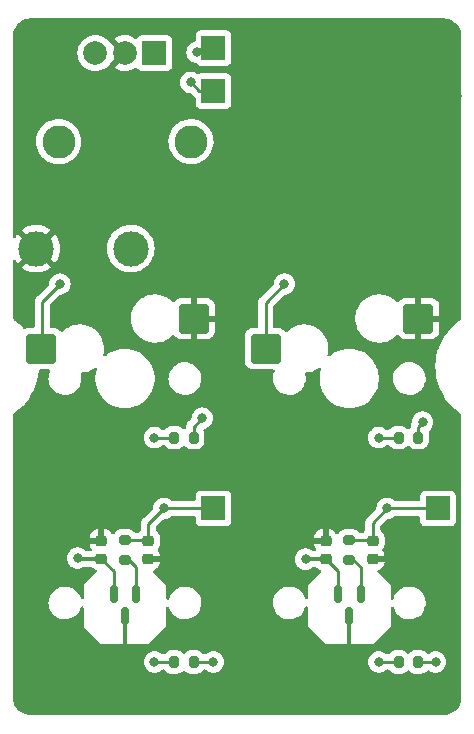
<source format=gbl>
%TF.GenerationSoftware,KiCad,Pcbnew,(6.0.9)*%
%TF.CreationDate,2023-02-13T00:06:44-05:00*%
%TF.ProjectId,Tang,54616e67-2e6b-4696-9361-645f70636258,rev?*%
%TF.SameCoordinates,Original*%
%TF.FileFunction,Copper,L2,Bot*%
%TF.FilePolarity,Positive*%
%FSLAX46Y46*%
G04 Gerber Fmt 4.6, Leading zero omitted, Abs format (unit mm)*
G04 Created by KiCad (PCBNEW (6.0.9)) date 2023-02-13 00:06:44*
%MOMM*%
%LPD*%
G01*
G04 APERTURE LIST*
G04 Aperture macros list*
%AMRoundRect*
0 Rectangle with rounded corners*
0 $1 Rounding radius*
0 $2 $3 $4 $5 $6 $7 $8 $9 X,Y pos of 4 corners*
0 Add a 4 corners polygon primitive as box body*
4,1,4,$2,$3,$4,$5,$6,$7,$8,$9,$2,$3,0*
0 Add four circle primitives for the rounded corners*
1,1,$1+$1,$2,$3*
1,1,$1+$1,$4,$5*
1,1,$1+$1,$6,$7*
1,1,$1+$1,$8,$9*
0 Add four rect primitives between the rounded corners*
20,1,$1+$1,$2,$3,$4,$5,0*
20,1,$1+$1,$4,$5,$6,$7,0*
20,1,$1+$1,$6,$7,$8,$9,0*
20,1,$1+$1,$8,$9,$2,$3,0*%
G04 Aperture macros list end*
%TA.AperFunction,ComponentPad*%
%ADD10R,2.000000X2.000000*%
%TD*%
%TA.AperFunction,ComponentPad*%
%ADD11C,2.000000*%
%TD*%
%TA.AperFunction,ComponentPad*%
%ADD12C,2.800000*%
%TD*%
%TA.AperFunction,SMDPad,CuDef*%
%ADD13RoundRect,0.250000X-1.025000X-1.000000X1.025000X-1.000000X1.025000X1.000000X-1.025000X1.000000X0*%
%TD*%
%TA.AperFunction,SMDPad,CuDef*%
%ADD14R,2.000000X2.000000*%
%TD*%
%TA.AperFunction,SMDPad,CuDef*%
%ADD15RoundRect,0.200000X-0.200000X-0.275000X0.200000X-0.275000X0.200000X0.275000X-0.200000X0.275000X0*%
%TD*%
%TA.AperFunction,SMDPad,CuDef*%
%ADD16RoundRect,0.225000X0.250000X-0.225000X0.250000X0.225000X-0.250000X0.225000X-0.250000X-0.225000X0*%
%TD*%
%TA.AperFunction,SMDPad,CuDef*%
%ADD17RoundRect,0.200000X0.275000X-0.200000X0.275000X0.200000X-0.275000X0.200000X-0.275000X-0.200000X0*%
%TD*%
%TA.AperFunction,SMDPad,CuDef*%
%ADD18RoundRect,0.150000X-0.150000X0.587500X-0.150000X-0.587500X0.150000X-0.587500X0.150000X0.587500X0*%
%TD*%
%TA.AperFunction,SMDPad,CuDef*%
%ADD19RoundRect,0.225000X-0.250000X0.225000X-0.250000X-0.225000X0.250000X-0.225000X0.250000X0.225000X0*%
%TD*%
%TA.AperFunction,ComponentPad*%
%ADD20C,3.000000*%
%TD*%
%TA.AperFunction,ViaPad*%
%ADD21C,0.800000*%
%TD*%
%TA.AperFunction,Conductor*%
%ADD22C,0.250000*%
%TD*%
%TA.AperFunction,Conductor*%
%ADD23C,0.300000*%
%TD*%
G04 APERTURE END LIST*
D10*
%TO.P,SW3,A,A*%
%TO.N,ENCA*%
X113000000Y-68450000D03*
D11*
%TO.P,SW3,B,B*%
%TO.N,ENCB*%
X108000000Y-68450000D03*
%TO.P,SW3,C,C*%
%TO.N,GND*%
X110500000Y-68450000D03*
D12*
%TO.P,SW3,MP*%
%TO.N,N/C*%
X116100000Y-75950000D03*
X104900000Y-75950000D03*
%TD*%
D13*
%TO.P,SW1,1,A*%
%TO.N,SW1*%
X103415000Y-93460000D03*
%TO.P,SW1,2,B*%
%TO.N,GND*%
X116342000Y-90920000D03*
%TD*%
%TO.P,SW2,1,A*%
%TO.N,SW2*%
X122415000Y-93460000D03*
%TO.P,SW2,2,B*%
%TO.N,GND*%
X135342000Y-90920000D03*
%TD*%
D14*
%TO.P,TP_SW4,1,1*%
%TO.N,SW4*%
X137000000Y-107000000D03*
%TD*%
D15*
%TO.P,R1,1*%
%TO.N,Net-(D1-Pad2)*%
X114675000Y-101000000D03*
%TO.P,R1,2*%
%TO.N,LED1*%
X116325000Y-101000000D03*
%TD*%
D16*
%TO.P,C2,1*%
%TO.N,+3V3*%
X127500000Y-111275000D03*
%TO.P,C2,2*%
%TO.N,GND*%
X127500000Y-109725000D03*
%TD*%
D15*
%TO.P,R2,1*%
%TO.N,Net-(D2-Pad2)*%
X133675000Y-101000000D03*
%TO.P,R2,2*%
%TO.N,LED2*%
X135325000Y-101000000D03*
%TD*%
D17*
%TO.P,R5,1*%
%TO.N,Net-(R5-Pad1)*%
X110500000Y-111325000D03*
%TO.P,R5,2*%
%TO.N,SW3*%
X110500000Y-109675000D03*
%TD*%
D18*
%TO.P,U2,1,VCC*%
%TO.N,+3V3*%
X109550000Y-114262500D03*
%TO.P,U2,2,OUT*%
%TO.N,Net-(R5-Pad1)*%
X111450000Y-114262500D03*
%TO.P,U2,3,GND*%
%TO.N,GND*%
X110500000Y-116137500D03*
%TD*%
D14*
%TO.P,TP_SW3,1,1*%
%TO.N,SW3*%
X118000000Y-107000000D03*
%TD*%
D17*
%TO.P,R6,1*%
%TO.N,Net-(R6-Pad1)*%
X129500000Y-111325000D03*
%TO.P,R6,2*%
%TO.N,SW4*%
X129500000Y-109675000D03*
%TD*%
D19*
%TO.P,C4,1*%
%TO.N,SW4*%
X131500000Y-109725000D03*
%TO.P,C4,2*%
%TO.N,GND*%
X131500000Y-111275000D03*
%TD*%
%TO.P,C3,1*%
%TO.N,SW3*%
X112500000Y-109725000D03*
%TO.P,C3,2*%
%TO.N,GND*%
X112500000Y-111275000D03*
%TD*%
D15*
%TO.P,R3,1*%
%TO.N,Net-(D3-Pad2)*%
X114675000Y-120000000D03*
%TO.P,R3,2*%
%TO.N,LED3*%
X116325000Y-120000000D03*
%TD*%
D14*
%TO.P,ENCA1,1,1*%
%TO.N,ENCA*%
X118000000Y-68000000D03*
%TD*%
D16*
%TO.P,C1,1*%
%TO.N,+3V3*%
X108500000Y-111275000D03*
%TO.P,C1,2*%
%TO.N,GND*%
X108500000Y-109725000D03*
%TD*%
D14*
%TO.P,ENCB1,1,1*%
%TO.N,ENCB*%
X118000000Y-71650000D03*
%TD*%
D20*
%TO.P,GND1,1,1*%
%TO.N,GND*%
X103000000Y-85000000D03*
%TD*%
D18*
%TO.P,U3,1,VCC*%
%TO.N,+3V3*%
X128550000Y-114262500D03*
%TO.P,U3,2,OUT*%
%TO.N,Net-(R6-Pad1)*%
X130450000Y-114262500D03*
%TO.P,U3,3,GND*%
%TO.N,GND*%
X129500000Y-116137500D03*
%TD*%
D20*
%TO.P,3V3,1,1*%
%TO.N,+3V3*%
X111000000Y-85000000D03*
%TD*%
D15*
%TO.P,R4,1*%
%TO.N,Net-(D4-Pad2)*%
X133675000Y-120000000D03*
%TO.P,R4,2*%
%TO.N,LED4*%
X135325000Y-120000000D03*
%TD*%
D21*
%TO.N,ENCA*%
X116620000Y-68380000D03*
%TO.N,Net-(D1-Pad2)*%
X113000000Y-101000000D03*
%TO.N,Net-(D2-Pad2)*%
X132000000Y-101000000D03*
%TO.N,Net-(D3-Pad2)*%
X113000000Y-120000000D03*
%TO.N,Net-(D4-Pad2)*%
X132000000Y-120000000D03*
%TO.N,LED3*%
X118000000Y-120000000D03*
%TO.N,LED1*%
X117050000Y-99350000D03*
%TO.N,LED4*%
X136800000Y-120000000D03*
%TO.N,LED2*%
X135700000Y-99700000D03*
%TO.N,+3V3*%
X106500000Y-111200000D03*
X125800000Y-111300000D03*
%TO.N,SW1*%
X105000000Y-88000000D03*
%TO.N,SW2*%
X124000000Y-88000000D03*
%TO.N,SW3*%
X113800000Y-107000000D03*
%TO.N,SW4*%
X132700000Y-107000000D03*
%TO.N,GND*%
X138600000Y-72100000D03*
X108000000Y-101000000D03*
X127000000Y-120000000D03*
X135200000Y-69700000D03*
X135100000Y-72100000D03*
X138500000Y-69700000D03*
X127000000Y-101000000D03*
X108000000Y-120000000D03*
%TO.N,ENCB*%
X116080000Y-70920000D03*
%TD*%
D22*
%TO.N,ENCA*%
X117000000Y-68000000D02*
X116620000Y-68380000D01*
X118000000Y-68000000D02*
X117000000Y-68000000D01*
%TO.N,Net-(D1-Pad2)*%
X114587500Y-101000000D02*
X113000000Y-101000000D01*
%TO.N,Net-(D2-Pad2)*%
X132000000Y-101000000D02*
X133587500Y-101000000D01*
%TO.N,Net-(D3-Pad2)*%
X113000000Y-120000000D02*
X114587500Y-120000000D01*
%TO.N,Net-(D4-Pad2)*%
X133587500Y-120000000D02*
X132000000Y-120000000D01*
%TO.N,LED3*%
X118000000Y-120000000D02*
X116412500Y-120000000D01*
%TO.N,LED1*%
X116325000Y-101000000D02*
X116325000Y-100075000D01*
X116325000Y-100075000D02*
X117050000Y-99350000D01*
%TO.N,LED4*%
X135412500Y-120000000D02*
X136800000Y-120000000D01*
%TO.N,LED2*%
X135325000Y-100075000D02*
X135325000Y-101000000D01*
X135700000Y-99700000D02*
X135325000Y-100075000D01*
D23*
%TO.N,+3V3*%
X106500000Y-111200000D02*
X106575000Y-111275000D01*
D22*
X128550000Y-114262500D02*
X128550000Y-112325000D01*
D23*
X106575000Y-111275000D02*
X108500000Y-111275000D01*
D22*
X108500000Y-111275000D02*
X109550000Y-112325000D01*
D23*
X125800000Y-111300000D02*
X127475000Y-111300000D01*
D22*
X128550000Y-112325000D02*
X127500000Y-111275000D01*
X109550000Y-112325000D02*
X109550000Y-114262500D01*
%TO.N,SW1*%
X105000000Y-88000000D02*
X103500000Y-89500000D01*
X103500000Y-89500000D02*
X103500000Y-93375000D01*
X103500000Y-93375000D02*
X103415000Y-93460000D01*
%TO.N,SW2*%
X122415000Y-93460000D02*
X122415000Y-89585000D01*
X122415000Y-89585000D02*
X124000000Y-88000000D01*
%TO.N,SW3*%
X118000000Y-107000000D02*
X113800000Y-107000000D01*
X112500000Y-108300000D02*
X112500000Y-109725000D01*
X112450000Y-109675000D02*
X112500000Y-109725000D01*
X110500000Y-109675000D02*
X112450000Y-109675000D01*
X113800000Y-107000000D02*
X112500000Y-108300000D01*
%TO.N,SW4*%
X131500000Y-109725000D02*
X131500000Y-108200000D01*
X137000000Y-107000000D02*
X132700000Y-107000000D01*
X131500000Y-108200000D02*
X132700000Y-107000000D01*
X129500000Y-109675000D02*
X131450000Y-109675000D01*
X131450000Y-109675000D02*
X131500000Y-109725000D01*
D23*
%TO.N,GND*%
X110500000Y-116137500D02*
X110500000Y-118600000D01*
X129500000Y-116137500D02*
X129500000Y-118700000D01*
D22*
%TO.N,ENCB*%
X118000000Y-71650000D02*
X116810000Y-71650000D01*
X116810000Y-71650000D02*
X116080000Y-70920000D01*
%TO.N,Net-(R5-Pad1)*%
X111450000Y-111950000D02*
X110825000Y-111325000D01*
X110825000Y-111325000D02*
X110500000Y-111325000D01*
X111450000Y-114262500D02*
X111450000Y-111950000D01*
%TO.N,Net-(R6-Pad1)*%
X130450000Y-114262500D02*
X130450000Y-112000000D01*
X130450000Y-112000000D02*
X129775000Y-111325000D01*
X129775000Y-111325000D02*
X129500000Y-111325000D01*
%TD*%
%TA.AperFunction,Conductor*%
%TO.N,GND*%
G36*
X137470018Y-65510000D02*
G01*
X137484851Y-65512310D01*
X137484855Y-65512310D01*
X137493724Y-65513691D01*
X137508981Y-65511696D01*
X137534302Y-65510953D01*
X137703285Y-65523039D01*
X137721064Y-65525596D01*
X137911392Y-65566999D01*
X137928641Y-65572063D01*
X138111150Y-65640136D01*
X138127502Y-65647604D01*
X138298458Y-65740952D01*
X138313582Y-65750672D01*
X138469514Y-65867402D01*
X138483100Y-65879175D01*
X138620825Y-66016900D01*
X138632598Y-66030486D01*
X138749328Y-66186418D01*
X138759048Y-66201542D01*
X138852396Y-66372498D01*
X138859864Y-66388850D01*
X138927937Y-66571359D01*
X138933001Y-66588607D01*
X138974404Y-66778936D01*
X138976961Y-66796715D01*
X138988540Y-66958601D01*
X138987793Y-66976565D01*
X138987692Y-66984845D01*
X138986309Y-66993724D01*
X138989398Y-67017344D01*
X138990436Y-67025283D01*
X138991500Y-67041621D01*
X138991500Y-90703265D01*
X138989999Y-90722656D01*
X138986309Y-90746347D01*
X138987473Y-90755253D01*
X138987397Y-90761450D01*
X138987524Y-90785733D01*
X138981116Y-90839100D01*
X138979331Y-90853966D01*
X138972223Y-90883144D01*
X138941722Y-90964567D01*
X138927911Y-90991234D01*
X138879049Y-91063067D01*
X138879008Y-91063127D01*
X138859276Y-91085770D01*
X138814266Y-91126419D01*
X138793923Y-91141253D01*
X138790882Y-91142716D01*
X138785873Y-91146164D01*
X138785632Y-91146283D01*
X138785435Y-91146465D01*
X138780541Y-91149833D01*
X138777006Y-91153174D01*
X138773221Y-91156234D01*
X138773196Y-91156202D01*
X138770147Y-91158811D01*
X138457144Y-91400936D01*
X138156279Y-91678590D01*
X138154438Y-91680612D01*
X138154437Y-91680613D01*
X137882489Y-91979281D01*
X137882481Y-91979291D01*
X137880645Y-91981307D01*
X137820689Y-92059896D01*
X137636263Y-92301639D01*
X137632323Y-92306803D01*
X137413186Y-92652621D01*
X137224887Y-93016153D01*
X137223840Y-93018693D01*
X137223838Y-93018697D01*
X137206864Y-93059871D01*
X137068849Y-93394655D01*
X137068035Y-93397247D01*
X137068034Y-93397251D01*
X137033555Y-93507103D01*
X136946247Y-93785270D01*
X136858007Y-94185051D01*
X136857653Y-94187751D01*
X136857652Y-94187757D01*
X136830111Y-94397860D01*
X136804796Y-94590983D01*
X136804678Y-94593702D01*
X136804677Y-94593711D01*
X136793402Y-94853058D01*
X136787014Y-95000000D01*
X136787133Y-95002737D01*
X136804474Y-95401605D01*
X136804796Y-95409017D01*
X136805151Y-95411722D01*
X136805151Y-95411727D01*
X136843874Y-95707129D01*
X136858007Y-95814949D01*
X136946247Y-96214730D01*
X137068849Y-96605345D01*
X137118970Y-96726924D01*
X137196823Y-96915771D01*
X137224887Y-96983847D01*
X137413186Y-97347379D01*
X137632323Y-97693197D01*
X137880645Y-98018693D01*
X137882481Y-98020709D01*
X137882489Y-98020719D01*
X137993456Y-98142589D01*
X138156279Y-98321410D01*
X138457144Y-98599064D01*
X138757678Y-98831543D01*
X138763117Y-98836315D01*
X138763204Y-98836213D01*
X138766924Y-98839374D01*
X138770377Y-98842801D01*
X138775251Y-98846333D01*
X138775448Y-98846524D01*
X138775690Y-98846652D01*
X138780541Y-98850167D01*
X138784873Y-98852382D01*
X138789014Y-98854920D01*
X138788784Y-98855295D01*
X138810715Y-98870414D01*
X138859317Y-98914296D01*
X138879047Y-98936933D01*
X138927947Y-99008805D01*
X138941761Y-99035473D01*
X138972259Y-99116871D01*
X138979370Y-99146057D01*
X138986885Y-99208639D01*
X138987775Y-99225194D01*
X138987689Y-99232232D01*
X138986309Y-99241101D01*
X138987473Y-99249999D01*
X138987473Y-99250000D01*
X138990436Y-99272648D01*
X138991500Y-99288992D01*
X138991500Y-122950633D01*
X138990000Y-122970018D01*
X138987690Y-122984851D01*
X138987690Y-122984855D01*
X138986309Y-122993724D01*
X138988136Y-123007693D01*
X138988304Y-123008976D01*
X138989047Y-123034305D01*
X138976962Y-123203279D01*
X138974404Y-123221064D01*
X138956598Y-123302919D01*
X138933001Y-123411392D01*
X138927937Y-123428641D01*
X138859864Y-123611150D01*
X138852396Y-123627502D01*
X138759048Y-123798458D01*
X138749328Y-123813582D01*
X138632598Y-123969514D01*
X138620825Y-123983100D01*
X138483100Y-124120825D01*
X138469514Y-124132598D01*
X138313582Y-124249328D01*
X138298458Y-124259048D01*
X138127502Y-124352396D01*
X138111150Y-124359864D01*
X137928641Y-124427937D01*
X137911393Y-124433001D01*
X137721064Y-124474404D01*
X137703285Y-124476961D01*
X137541395Y-124488540D01*
X137523435Y-124487793D01*
X137515155Y-124487692D01*
X137506276Y-124486309D01*
X137474714Y-124490436D01*
X137458379Y-124491500D01*
X102549367Y-124491500D01*
X102529982Y-124490000D01*
X102515149Y-124487690D01*
X102515145Y-124487690D01*
X102506276Y-124486309D01*
X102491019Y-124488304D01*
X102465698Y-124489047D01*
X102296715Y-124476961D01*
X102278936Y-124474404D01*
X102088607Y-124433001D01*
X102071359Y-124427937D01*
X101888850Y-124359864D01*
X101872498Y-124352396D01*
X101701542Y-124259048D01*
X101686418Y-124249328D01*
X101530486Y-124132598D01*
X101516900Y-124120825D01*
X101379175Y-123983100D01*
X101367402Y-123969514D01*
X101250672Y-123813582D01*
X101240952Y-123798458D01*
X101147604Y-123627502D01*
X101140136Y-123611150D01*
X101072063Y-123428641D01*
X101066999Y-123411392D01*
X101043402Y-123302919D01*
X101025596Y-123221064D01*
X101023038Y-123203278D01*
X101011719Y-123045012D01*
X101012805Y-123022245D01*
X101012334Y-123022203D01*
X101012770Y-123017345D01*
X101013576Y-123012552D01*
X101013729Y-123000000D01*
X101009773Y-122972376D01*
X101008500Y-122954514D01*
X101008500Y-120000000D01*
X112086496Y-120000000D01*
X112106458Y-120189928D01*
X112165473Y-120371556D01*
X112260960Y-120536944D01*
X112388747Y-120678866D01*
X112543248Y-120791118D01*
X112549276Y-120793802D01*
X112549278Y-120793803D01*
X112645490Y-120836639D01*
X112717712Y-120868794D01*
X112811113Y-120888647D01*
X112898056Y-120907128D01*
X112898061Y-120907128D01*
X112904513Y-120908500D01*
X113095487Y-120908500D01*
X113101939Y-120907128D01*
X113101944Y-120907128D01*
X113188887Y-120888647D01*
X113282288Y-120868794D01*
X113354510Y-120836639D01*
X113450722Y-120793803D01*
X113450724Y-120793802D01*
X113456752Y-120791118D01*
X113611253Y-120678866D01*
X113615668Y-120673963D01*
X113620580Y-120669540D01*
X113621705Y-120670789D01*
X113675014Y-120637949D01*
X113708200Y-120633500D01*
X113792775Y-120633500D01*
X113860896Y-120653502D01*
X113900551Y-120694229D01*
X113913361Y-120715381D01*
X114034619Y-120836639D01*
X114181301Y-120925472D01*
X114188548Y-120927743D01*
X114188550Y-120927744D01*
X114254836Y-120948517D01*
X114344938Y-120976753D01*
X114418365Y-120983500D01*
X114421263Y-120983500D01*
X114675665Y-120983499D01*
X114931634Y-120983499D01*
X114934492Y-120983236D01*
X114934501Y-120983236D01*
X114970004Y-120979974D01*
X115005062Y-120976753D01*
X115011447Y-120974752D01*
X115161450Y-120927744D01*
X115161452Y-120927743D01*
X115168699Y-120925472D01*
X115315381Y-120836639D01*
X115410905Y-120741115D01*
X115473217Y-120707089D01*
X115544032Y-120712154D01*
X115589095Y-120741115D01*
X115684619Y-120836639D01*
X115831301Y-120925472D01*
X115838548Y-120927743D01*
X115838550Y-120927744D01*
X115904836Y-120948517D01*
X115994938Y-120976753D01*
X116068365Y-120983500D01*
X116071263Y-120983500D01*
X116325665Y-120983499D01*
X116581634Y-120983499D01*
X116584492Y-120983236D01*
X116584501Y-120983236D01*
X116620004Y-120979974D01*
X116655062Y-120976753D01*
X116661447Y-120974752D01*
X116811450Y-120927744D01*
X116811452Y-120927743D01*
X116818699Y-120925472D01*
X116965381Y-120836639D01*
X117086639Y-120715381D01*
X117099449Y-120694229D01*
X117151846Y-120646322D01*
X117207225Y-120633500D01*
X117291800Y-120633500D01*
X117359921Y-120653502D01*
X117379147Y-120669843D01*
X117379420Y-120669540D01*
X117384332Y-120673963D01*
X117388747Y-120678866D01*
X117543248Y-120791118D01*
X117549276Y-120793802D01*
X117549278Y-120793803D01*
X117645490Y-120836639D01*
X117717712Y-120868794D01*
X117811113Y-120888647D01*
X117898056Y-120907128D01*
X117898061Y-120907128D01*
X117904513Y-120908500D01*
X118095487Y-120908500D01*
X118101939Y-120907128D01*
X118101944Y-120907128D01*
X118188887Y-120888647D01*
X118282288Y-120868794D01*
X118354510Y-120836639D01*
X118450722Y-120793803D01*
X118450724Y-120793802D01*
X118456752Y-120791118D01*
X118611253Y-120678866D01*
X118739040Y-120536944D01*
X118834527Y-120371556D01*
X118893542Y-120189928D01*
X118913504Y-120000000D01*
X131086496Y-120000000D01*
X131106458Y-120189928D01*
X131165473Y-120371556D01*
X131260960Y-120536944D01*
X131388747Y-120678866D01*
X131543248Y-120791118D01*
X131549276Y-120793802D01*
X131549278Y-120793803D01*
X131645490Y-120836639D01*
X131717712Y-120868794D01*
X131811113Y-120888647D01*
X131898056Y-120907128D01*
X131898061Y-120907128D01*
X131904513Y-120908500D01*
X132095487Y-120908500D01*
X132101939Y-120907128D01*
X132101944Y-120907128D01*
X132188887Y-120888647D01*
X132282288Y-120868794D01*
X132354510Y-120836639D01*
X132450722Y-120793803D01*
X132450724Y-120793802D01*
X132456752Y-120791118D01*
X132611253Y-120678866D01*
X132615668Y-120673963D01*
X132620580Y-120669540D01*
X132621705Y-120670789D01*
X132675014Y-120637949D01*
X132708200Y-120633500D01*
X132792775Y-120633500D01*
X132860896Y-120653502D01*
X132900551Y-120694229D01*
X132913361Y-120715381D01*
X133034619Y-120836639D01*
X133181301Y-120925472D01*
X133188548Y-120927743D01*
X133188550Y-120927744D01*
X133254836Y-120948517D01*
X133344938Y-120976753D01*
X133418365Y-120983500D01*
X133421263Y-120983500D01*
X133675665Y-120983499D01*
X133931634Y-120983499D01*
X133934492Y-120983236D01*
X133934501Y-120983236D01*
X133970004Y-120979974D01*
X134005062Y-120976753D01*
X134011447Y-120974752D01*
X134161450Y-120927744D01*
X134161452Y-120927743D01*
X134168699Y-120925472D01*
X134315381Y-120836639D01*
X134410905Y-120741115D01*
X134473217Y-120707089D01*
X134544032Y-120712154D01*
X134589095Y-120741115D01*
X134684619Y-120836639D01*
X134831301Y-120925472D01*
X134838548Y-120927743D01*
X134838550Y-120927744D01*
X134904836Y-120948517D01*
X134994938Y-120976753D01*
X135068365Y-120983500D01*
X135071263Y-120983500D01*
X135325665Y-120983499D01*
X135581634Y-120983499D01*
X135584492Y-120983236D01*
X135584501Y-120983236D01*
X135620004Y-120979974D01*
X135655062Y-120976753D01*
X135661447Y-120974752D01*
X135811450Y-120927744D01*
X135811452Y-120927743D01*
X135818699Y-120925472D01*
X135965381Y-120836639D01*
X136074661Y-120727359D01*
X136136973Y-120693333D01*
X136207788Y-120698398D01*
X136237817Y-120714518D01*
X136274425Y-120741115D01*
X136343248Y-120791118D01*
X136349276Y-120793802D01*
X136349278Y-120793803D01*
X136445490Y-120836639D01*
X136517712Y-120868794D01*
X136611113Y-120888647D01*
X136698056Y-120907128D01*
X136698061Y-120907128D01*
X136704513Y-120908500D01*
X136895487Y-120908500D01*
X136901939Y-120907128D01*
X136901944Y-120907128D01*
X136988887Y-120888647D01*
X137082288Y-120868794D01*
X137154510Y-120836639D01*
X137250722Y-120793803D01*
X137250724Y-120793802D01*
X137256752Y-120791118D01*
X137411253Y-120678866D01*
X137539040Y-120536944D01*
X137634527Y-120371556D01*
X137693542Y-120189928D01*
X137713504Y-120000000D01*
X137693542Y-119810072D01*
X137634527Y-119628444D01*
X137539040Y-119463056D01*
X137411253Y-119321134D01*
X137256752Y-119208882D01*
X137250724Y-119206198D01*
X137250722Y-119206197D01*
X137088319Y-119133891D01*
X137088318Y-119133891D01*
X137082288Y-119131206D01*
X136988888Y-119111353D01*
X136901944Y-119092872D01*
X136901939Y-119092872D01*
X136895487Y-119091500D01*
X136704513Y-119091500D01*
X136698061Y-119092872D01*
X136698056Y-119092872D01*
X136611112Y-119111353D01*
X136517712Y-119131206D01*
X136511682Y-119133891D01*
X136511681Y-119133891D01*
X136349278Y-119206197D01*
X136349276Y-119206198D01*
X136343248Y-119208882D01*
X136337907Y-119212762D01*
X136337906Y-119212763D01*
X136237817Y-119285482D01*
X136170949Y-119309341D01*
X136101798Y-119293260D01*
X136074661Y-119272641D01*
X135965381Y-119163361D01*
X135818699Y-119074528D01*
X135811452Y-119072257D01*
X135811450Y-119072256D01*
X135745164Y-119051483D01*
X135655062Y-119023247D01*
X135581635Y-119016500D01*
X135578737Y-119016500D01*
X135324335Y-119016501D01*
X135068366Y-119016501D01*
X135065508Y-119016764D01*
X135065499Y-119016764D01*
X135029996Y-119020026D01*
X134994938Y-119023247D01*
X134988560Y-119025246D01*
X134988559Y-119025246D01*
X134838550Y-119072256D01*
X134838548Y-119072257D01*
X134831301Y-119074528D01*
X134684619Y-119163361D01*
X134589095Y-119258885D01*
X134526783Y-119292911D01*
X134455968Y-119287846D01*
X134410905Y-119258885D01*
X134315381Y-119163361D01*
X134168699Y-119074528D01*
X134161452Y-119072257D01*
X134161450Y-119072256D01*
X134095164Y-119051483D01*
X134005062Y-119023247D01*
X133931635Y-119016500D01*
X133928737Y-119016500D01*
X133674335Y-119016501D01*
X133418366Y-119016501D01*
X133415508Y-119016764D01*
X133415499Y-119016764D01*
X133379996Y-119020026D01*
X133344938Y-119023247D01*
X133338560Y-119025246D01*
X133338559Y-119025246D01*
X133188550Y-119072256D01*
X133188548Y-119072257D01*
X133181301Y-119074528D01*
X133034619Y-119163361D01*
X132913361Y-119284619D01*
X132909424Y-119291120D01*
X132900551Y-119305771D01*
X132848154Y-119353678D01*
X132792775Y-119366500D01*
X132708200Y-119366500D01*
X132640079Y-119346498D01*
X132620853Y-119330157D01*
X132620580Y-119330460D01*
X132615668Y-119326037D01*
X132611253Y-119321134D01*
X132456752Y-119208882D01*
X132450724Y-119206198D01*
X132450722Y-119206197D01*
X132288319Y-119133891D01*
X132288318Y-119133891D01*
X132282288Y-119131206D01*
X132188888Y-119111353D01*
X132101944Y-119092872D01*
X132101939Y-119092872D01*
X132095487Y-119091500D01*
X131904513Y-119091500D01*
X131898061Y-119092872D01*
X131898056Y-119092872D01*
X131811112Y-119111353D01*
X131717712Y-119131206D01*
X131711682Y-119133891D01*
X131711681Y-119133891D01*
X131549278Y-119206197D01*
X131549276Y-119206198D01*
X131543248Y-119208882D01*
X131388747Y-119321134D01*
X131260960Y-119463056D01*
X131165473Y-119628444D01*
X131106458Y-119810072D01*
X131086496Y-120000000D01*
X118913504Y-120000000D01*
X118893542Y-119810072D01*
X118834527Y-119628444D01*
X118739040Y-119463056D01*
X118611253Y-119321134D01*
X118456752Y-119208882D01*
X118450724Y-119206198D01*
X118450722Y-119206197D01*
X118288319Y-119133891D01*
X118288318Y-119133891D01*
X118282288Y-119131206D01*
X118188888Y-119111353D01*
X118101944Y-119092872D01*
X118101939Y-119092872D01*
X118095487Y-119091500D01*
X117904513Y-119091500D01*
X117898061Y-119092872D01*
X117898056Y-119092872D01*
X117811112Y-119111353D01*
X117717712Y-119131206D01*
X117711682Y-119133891D01*
X117711681Y-119133891D01*
X117549278Y-119206197D01*
X117549276Y-119206198D01*
X117543248Y-119208882D01*
X117388747Y-119321134D01*
X117384332Y-119326037D01*
X117379420Y-119330460D01*
X117378295Y-119329211D01*
X117324986Y-119362051D01*
X117291800Y-119366500D01*
X117207225Y-119366500D01*
X117139104Y-119346498D01*
X117099449Y-119305771D01*
X117090576Y-119291120D01*
X117086639Y-119284619D01*
X116965381Y-119163361D01*
X116818699Y-119074528D01*
X116811452Y-119072257D01*
X116811450Y-119072256D01*
X116745164Y-119051483D01*
X116655062Y-119023247D01*
X116581635Y-119016500D01*
X116578737Y-119016500D01*
X116324335Y-119016501D01*
X116068366Y-119016501D01*
X116065508Y-119016764D01*
X116065499Y-119016764D01*
X116029996Y-119020026D01*
X115994938Y-119023247D01*
X115988560Y-119025246D01*
X115988559Y-119025246D01*
X115838550Y-119072256D01*
X115838548Y-119072257D01*
X115831301Y-119074528D01*
X115684619Y-119163361D01*
X115589095Y-119258885D01*
X115526783Y-119292911D01*
X115455968Y-119287846D01*
X115410905Y-119258885D01*
X115315381Y-119163361D01*
X115168699Y-119074528D01*
X115161452Y-119072257D01*
X115161450Y-119072256D01*
X115095164Y-119051483D01*
X115005062Y-119023247D01*
X114931635Y-119016500D01*
X114928737Y-119016500D01*
X114674335Y-119016501D01*
X114418366Y-119016501D01*
X114415508Y-119016764D01*
X114415499Y-119016764D01*
X114379996Y-119020026D01*
X114344938Y-119023247D01*
X114338560Y-119025246D01*
X114338559Y-119025246D01*
X114188550Y-119072256D01*
X114188548Y-119072257D01*
X114181301Y-119074528D01*
X114034619Y-119163361D01*
X113913361Y-119284619D01*
X113909424Y-119291120D01*
X113900551Y-119305771D01*
X113848154Y-119353678D01*
X113792775Y-119366500D01*
X113708200Y-119366500D01*
X113640079Y-119346498D01*
X113620853Y-119330157D01*
X113620580Y-119330460D01*
X113615668Y-119326037D01*
X113611253Y-119321134D01*
X113456752Y-119208882D01*
X113450724Y-119206198D01*
X113450722Y-119206197D01*
X113288319Y-119133891D01*
X113288318Y-119133891D01*
X113282288Y-119131206D01*
X113188888Y-119111353D01*
X113101944Y-119092872D01*
X113101939Y-119092872D01*
X113095487Y-119091500D01*
X112904513Y-119091500D01*
X112898061Y-119092872D01*
X112898056Y-119092872D01*
X112811112Y-119111353D01*
X112717712Y-119131206D01*
X112711682Y-119133891D01*
X112711681Y-119133891D01*
X112549278Y-119206197D01*
X112549276Y-119206198D01*
X112543248Y-119208882D01*
X112388747Y-119321134D01*
X112260960Y-119463056D01*
X112165473Y-119628444D01*
X112106458Y-119810072D01*
X112086496Y-120000000D01*
X101008500Y-120000000D01*
X101008500Y-114934593D01*
X104033039Y-114934593D01*
X104041848Y-115169216D01*
X104042943Y-115174434D01*
X104088668Y-115392356D01*
X104090062Y-115399001D01*
X104176302Y-115617377D01*
X104298104Y-115818100D01*
X104451985Y-115995432D01*
X104456117Y-115998820D01*
X104629416Y-116140917D01*
X104629422Y-116140921D01*
X104633544Y-116144301D01*
X104638180Y-116146940D01*
X104638183Y-116146942D01*
X104749408Y-116210255D01*
X104837590Y-116260451D01*
X105058289Y-116340561D01*
X105063538Y-116341510D01*
X105063541Y-116341511D01*
X105144615Y-116356171D01*
X105289330Y-116382340D01*
X105293469Y-116382535D01*
X105293476Y-116382536D01*
X105312440Y-116383430D01*
X105312449Y-116383430D01*
X105313929Y-116383500D01*
X105478950Y-116383500D01*
X105560299Y-116376597D01*
X105648637Y-116369102D01*
X105648641Y-116369101D01*
X105653948Y-116368651D01*
X105659103Y-116367313D01*
X105659109Y-116367312D01*
X105876035Y-116311009D01*
X105876034Y-116311009D01*
X105881206Y-116309667D01*
X105886072Y-116307475D01*
X105886075Y-116307474D01*
X106090417Y-116215424D01*
X106090420Y-116215423D01*
X106095278Y-116213234D01*
X106290041Y-116082112D01*
X106459927Y-115920049D01*
X106600078Y-115731679D01*
X106660719Y-115612408D01*
X106704069Y-115527144D01*
X106704069Y-115527143D01*
X106706487Y-115522388D01*
X106753667Y-115370442D01*
X106792970Y-115311317D01*
X106857999Y-115282826D01*
X106928109Y-115294016D01*
X106981039Y-115341333D01*
X107000000Y-115407806D01*
X107000000Y-117000000D01*
X108500000Y-118500000D01*
X112500000Y-118500000D01*
X114000000Y-117000000D01*
X114000000Y-115421315D01*
X114020002Y-115353194D01*
X114073658Y-115306701D01*
X114143932Y-115296597D01*
X114208512Y-115326091D01*
X114246896Y-115385817D01*
X114248540Y-115392356D01*
X114248965Y-115393772D01*
X114250062Y-115399001D01*
X114336302Y-115617377D01*
X114458104Y-115818100D01*
X114611985Y-115995432D01*
X114616117Y-115998820D01*
X114789416Y-116140917D01*
X114789422Y-116140921D01*
X114793544Y-116144301D01*
X114798180Y-116146940D01*
X114798183Y-116146942D01*
X114909408Y-116210255D01*
X114997590Y-116260451D01*
X115218289Y-116340561D01*
X115223538Y-116341510D01*
X115223541Y-116341511D01*
X115304615Y-116356171D01*
X115449330Y-116382340D01*
X115453469Y-116382535D01*
X115453476Y-116382536D01*
X115472440Y-116383430D01*
X115472449Y-116383430D01*
X115473929Y-116383500D01*
X115638950Y-116383500D01*
X115720299Y-116376597D01*
X115808637Y-116369102D01*
X115808641Y-116369101D01*
X115813948Y-116368651D01*
X115819103Y-116367313D01*
X115819109Y-116367312D01*
X116036035Y-116311009D01*
X116036034Y-116311009D01*
X116041206Y-116309667D01*
X116046072Y-116307475D01*
X116046075Y-116307474D01*
X116250417Y-116215424D01*
X116250420Y-116215423D01*
X116255278Y-116213234D01*
X116450041Y-116082112D01*
X116619927Y-115920049D01*
X116760078Y-115731679D01*
X116820719Y-115612408D01*
X116864069Y-115527144D01*
X116864069Y-115527143D01*
X116866487Y-115522388D01*
X116936111Y-115298160D01*
X116953202Y-115169216D01*
X116966261Y-115070690D01*
X116966261Y-115070687D01*
X116966961Y-115065407D01*
X116962050Y-114934593D01*
X123033039Y-114934593D01*
X123041848Y-115169216D01*
X123042943Y-115174434D01*
X123088668Y-115392356D01*
X123090062Y-115399001D01*
X123176302Y-115617377D01*
X123298104Y-115818100D01*
X123451985Y-115995432D01*
X123456117Y-115998820D01*
X123629416Y-116140917D01*
X123629422Y-116140921D01*
X123633544Y-116144301D01*
X123638180Y-116146940D01*
X123638183Y-116146942D01*
X123749408Y-116210255D01*
X123837590Y-116260451D01*
X124058289Y-116340561D01*
X124063538Y-116341510D01*
X124063541Y-116341511D01*
X124144615Y-116356171D01*
X124289330Y-116382340D01*
X124293469Y-116382535D01*
X124293476Y-116382536D01*
X124312440Y-116383430D01*
X124312449Y-116383430D01*
X124313929Y-116383500D01*
X124478950Y-116383500D01*
X124560299Y-116376597D01*
X124648637Y-116369102D01*
X124648641Y-116369101D01*
X124653948Y-116368651D01*
X124659103Y-116367313D01*
X124659109Y-116367312D01*
X124876035Y-116311009D01*
X124876034Y-116311009D01*
X124881206Y-116309667D01*
X124886072Y-116307475D01*
X124886075Y-116307474D01*
X125090417Y-116215424D01*
X125090420Y-116215423D01*
X125095278Y-116213234D01*
X125290041Y-116082112D01*
X125459927Y-115920049D01*
X125600078Y-115731679D01*
X125660719Y-115612408D01*
X125704069Y-115527144D01*
X125704069Y-115527143D01*
X125706487Y-115522388D01*
X125753667Y-115370442D01*
X125792970Y-115311317D01*
X125857999Y-115282826D01*
X125928109Y-115294016D01*
X125981039Y-115341333D01*
X126000000Y-115407806D01*
X126000000Y-117000000D01*
X127500000Y-118500000D01*
X131500000Y-118500000D01*
X133000000Y-117000000D01*
X133000000Y-115421315D01*
X133020002Y-115353194D01*
X133073658Y-115306701D01*
X133143932Y-115296597D01*
X133208512Y-115326091D01*
X133246896Y-115385817D01*
X133248540Y-115392356D01*
X133248965Y-115393772D01*
X133250062Y-115399001D01*
X133336302Y-115617377D01*
X133458104Y-115818100D01*
X133611985Y-115995432D01*
X133616117Y-115998820D01*
X133789416Y-116140917D01*
X133789422Y-116140921D01*
X133793544Y-116144301D01*
X133798180Y-116146940D01*
X133798183Y-116146942D01*
X133909408Y-116210255D01*
X133997590Y-116260451D01*
X134218289Y-116340561D01*
X134223538Y-116341510D01*
X134223541Y-116341511D01*
X134304615Y-116356171D01*
X134449330Y-116382340D01*
X134453469Y-116382535D01*
X134453476Y-116382536D01*
X134472440Y-116383430D01*
X134472449Y-116383430D01*
X134473929Y-116383500D01*
X134638950Y-116383500D01*
X134720299Y-116376597D01*
X134808637Y-116369102D01*
X134808641Y-116369101D01*
X134813948Y-116368651D01*
X134819103Y-116367313D01*
X134819109Y-116367312D01*
X135036035Y-116311009D01*
X135036034Y-116311009D01*
X135041206Y-116309667D01*
X135046072Y-116307475D01*
X135046075Y-116307474D01*
X135250417Y-116215424D01*
X135250420Y-116215423D01*
X135255278Y-116213234D01*
X135450041Y-116082112D01*
X135619927Y-115920049D01*
X135760078Y-115731679D01*
X135820719Y-115612408D01*
X135864069Y-115527144D01*
X135864069Y-115527143D01*
X135866487Y-115522388D01*
X135936111Y-115298160D01*
X135953202Y-115169216D01*
X135966261Y-115070690D01*
X135966261Y-115070687D01*
X135966961Y-115065407D01*
X135958152Y-114830784D01*
X135934314Y-114717174D01*
X135911035Y-114606226D01*
X135911034Y-114606223D01*
X135909938Y-114600999D01*
X135823698Y-114382623D01*
X135701896Y-114181900D01*
X135548015Y-114004568D01*
X135537938Y-113996306D01*
X135370584Y-113859083D01*
X135370578Y-113859079D01*
X135366456Y-113855699D01*
X135361820Y-113853060D01*
X135361817Y-113853058D01*
X135167053Y-113742192D01*
X135162410Y-113739549D01*
X134941711Y-113659439D01*
X134936462Y-113658490D01*
X134936459Y-113658489D01*
X134855385Y-113643829D01*
X134710670Y-113617660D01*
X134706531Y-113617465D01*
X134706524Y-113617464D01*
X134687560Y-113616570D01*
X134687551Y-113616570D01*
X134686071Y-113616500D01*
X134521050Y-113616500D01*
X134439701Y-113623403D01*
X134351363Y-113630898D01*
X134351359Y-113630899D01*
X134346052Y-113631349D01*
X134340897Y-113632687D01*
X134340891Y-113632688D01*
X134163177Y-113678814D01*
X134118794Y-113690333D01*
X134113928Y-113692525D01*
X134113925Y-113692526D01*
X133909583Y-113784576D01*
X133909580Y-113784577D01*
X133904722Y-113786766D01*
X133709959Y-113917888D01*
X133540073Y-114079951D01*
X133399922Y-114268321D01*
X133397506Y-114273072D01*
X133397504Y-114273076D01*
X133295931Y-114472856D01*
X133293513Y-114477612D01*
X133291931Y-114482707D01*
X133246333Y-114629558D01*
X133207030Y-114688683D01*
X133142001Y-114717174D01*
X133071891Y-114705984D01*
X133018961Y-114658667D01*
X133000000Y-114592194D01*
X133000000Y-113500000D01*
X131911171Y-112411171D01*
X131877145Y-112348859D01*
X131882210Y-112278044D01*
X131924757Y-112221208D01*
X131960391Y-112202552D01*
X132056105Y-112170620D01*
X132069286Y-112164445D01*
X132202173Y-112082212D01*
X132213574Y-112073176D01*
X132323986Y-111962571D01*
X132332998Y-111951160D01*
X132415004Y-111818120D01*
X132421151Y-111804939D01*
X132470491Y-111656186D01*
X132473358Y-111642810D01*
X132482672Y-111551903D01*
X132482929Y-111546874D01*
X132478525Y-111531876D01*
X132477135Y-111530671D01*
X132469452Y-111529000D01*
X131372000Y-111529000D01*
X131303879Y-111508998D01*
X131257386Y-111455342D01*
X131246000Y-111403000D01*
X131246000Y-111147000D01*
X131266002Y-111078879D01*
X131319658Y-111032386D01*
X131372000Y-111021000D01*
X132464885Y-111021000D01*
X132480124Y-111016525D01*
X132481329Y-111015135D01*
X132483000Y-111007452D01*
X132483000Y-111004562D01*
X132482663Y-110998047D01*
X132473106Y-110905943D01*
X132470212Y-110892544D01*
X132420619Y-110743893D01*
X132414445Y-110730714D01*
X132332212Y-110597827D01*
X132318629Y-110580689D01*
X132320559Y-110579159D01*
X132292097Y-110527120D01*
X132297113Y-110456301D01*
X132320799Y-110419383D01*
X132319843Y-110418628D01*
X132324381Y-110412882D01*
X132329552Y-110407702D01*
X132333585Y-110401160D01*
X132415462Y-110268331D01*
X132415463Y-110268329D01*
X132419302Y-110262101D01*
X132473149Y-110099757D01*
X132483500Y-109998732D01*
X132483500Y-109451268D01*
X132472887Y-109348981D01*
X132418756Y-109186732D01*
X132407051Y-109167816D01*
X132332606Y-109047515D01*
X132328752Y-109041287D01*
X132207702Y-108920448D01*
X132201468Y-108916605D01*
X132193383Y-108911621D01*
X132145890Y-108858848D01*
X132133500Y-108804362D01*
X132133500Y-108514594D01*
X132153502Y-108446473D01*
X132170405Y-108425499D01*
X132650499Y-107945405D01*
X132712811Y-107911379D01*
X132739594Y-107908500D01*
X132795487Y-107908500D01*
X132801939Y-107907128D01*
X132801944Y-107907128D01*
X132913483Y-107883419D01*
X132982288Y-107868794D01*
X132988319Y-107866109D01*
X133150722Y-107793803D01*
X133150724Y-107793802D01*
X133156752Y-107791118D01*
X133167436Y-107783356D01*
X133305914Y-107682745D01*
X133311253Y-107678866D01*
X133315668Y-107673963D01*
X133320580Y-107669540D01*
X133321705Y-107670789D01*
X133375014Y-107637949D01*
X133408200Y-107633500D01*
X135365500Y-107633500D01*
X135433621Y-107653502D01*
X135480114Y-107707158D01*
X135491500Y-107759500D01*
X135491500Y-108048134D01*
X135498255Y-108110316D01*
X135549385Y-108246705D01*
X135636739Y-108363261D01*
X135753295Y-108450615D01*
X135889684Y-108501745D01*
X135951866Y-108508500D01*
X138048134Y-108508500D01*
X138110316Y-108501745D01*
X138246705Y-108450615D01*
X138363261Y-108363261D01*
X138450615Y-108246705D01*
X138501745Y-108110316D01*
X138508500Y-108048134D01*
X138508500Y-105951866D01*
X138501745Y-105889684D01*
X138450615Y-105753295D01*
X138363261Y-105636739D01*
X138246705Y-105549385D01*
X138110316Y-105498255D01*
X138048134Y-105491500D01*
X135951866Y-105491500D01*
X135889684Y-105498255D01*
X135753295Y-105549385D01*
X135636739Y-105636739D01*
X135549385Y-105753295D01*
X135498255Y-105889684D01*
X135491500Y-105951866D01*
X135491500Y-106240500D01*
X135471498Y-106308621D01*
X135417842Y-106355114D01*
X135365500Y-106366500D01*
X133408200Y-106366500D01*
X133340079Y-106346498D01*
X133320853Y-106330157D01*
X133320580Y-106330460D01*
X133315668Y-106326037D01*
X133311253Y-106321134D01*
X133156752Y-106208882D01*
X133150724Y-106206198D01*
X133150722Y-106206197D01*
X132988319Y-106133891D01*
X132988318Y-106133891D01*
X132982288Y-106131206D01*
X132888888Y-106111353D01*
X132801944Y-106092872D01*
X132801939Y-106092872D01*
X132795487Y-106091500D01*
X132604513Y-106091500D01*
X132598061Y-106092872D01*
X132598056Y-106092872D01*
X132511113Y-106111353D01*
X132417712Y-106131206D01*
X132411682Y-106133891D01*
X132411681Y-106133891D01*
X132249278Y-106206197D01*
X132249276Y-106206198D01*
X132243248Y-106208882D01*
X132088747Y-106321134D01*
X131960960Y-106463056D01*
X131865473Y-106628444D01*
X131806458Y-106810072D01*
X131805768Y-106816633D01*
X131805768Y-106816635D01*
X131789093Y-106975292D01*
X131762080Y-107040949D01*
X131752878Y-107051217D01*
X131107747Y-107696348D01*
X131099461Y-107703888D01*
X131092982Y-107708000D01*
X131087557Y-107713777D01*
X131046357Y-107757651D01*
X131043602Y-107760493D01*
X131023865Y-107780230D01*
X131021385Y-107783427D01*
X131013682Y-107792447D01*
X130983414Y-107824679D01*
X130979595Y-107831625D01*
X130979593Y-107831628D01*
X130973652Y-107842434D01*
X130962801Y-107858953D01*
X130950386Y-107874959D01*
X130947241Y-107882228D01*
X130947238Y-107882232D01*
X130932826Y-107915537D01*
X130927609Y-107926187D01*
X130906305Y-107964940D01*
X130904334Y-107972615D01*
X130904334Y-107972616D01*
X130901267Y-107984562D01*
X130894863Y-108003266D01*
X130886819Y-108021855D01*
X130885580Y-108029678D01*
X130885577Y-108029688D01*
X130879901Y-108065524D01*
X130877495Y-108077144D01*
X130870789Y-108103266D01*
X130866500Y-108119970D01*
X130866500Y-108140224D01*
X130864949Y-108159934D01*
X130861780Y-108179943D01*
X130862526Y-108187835D01*
X130865941Y-108223961D01*
X130866500Y-108235819D01*
X130866500Y-108804501D01*
X130846498Y-108872622D01*
X130806805Y-108911644D01*
X130797512Y-108917395D01*
X130797507Y-108917399D01*
X130791287Y-108921248D01*
X130786118Y-108926426D01*
X130708162Y-109004518D01*
X130645880Y-109038597D01*
X130618989Y-109041500D01*
X130395710Y-109041500D01*
X130327589Y-109021498D01*
X130306615Y-109004595D01*
X130215381Y-108913361D01*
X130068699Y-108824528D01*
X130061452Y-108822257D01*
X130061450Y-108822256D01*
X129995164Y-108801483D01*
X129905062Y-108773247D01*
X129831635Y-108766500D01*
X129828737Y-108766500D01*
X129499140Y-108766501D01*
X129168366Y-108766501D01*
X129165508Y-108766764D01*
X129165499Y-108766764D01*
X129131630Y-108769876D01*
X129094938Y-108773247D01*
X129088560Y-108775246D01*
X129088559Y-108775246D01*
X128938550Y-108822256D01*
X128938548Y-108822257D01*
X128931301Y-108824528D01*
X128784619Y-108913361D01*
X128663361Y-109034619D01*
X128659424Y-109041120D01*
X128602146Y-109135697D01*
X128549748Y-109183604D01*
X128479769Y-109195577D01*
X128414425Y-109167816D01*
X128387226Y-109136729D01*
X128332212Y-109047827D01*
X128323176Y-109036426D01*
X128212571Y-108926014D01*
X128201160Y-108917002D01*
X128068120Y-108834996D01*
X128054939Y-108828849D01*
X127906186Y-108779509D01*
X127892810Y-108776642D01*
X127801903Y-108767328D01*
X127795486Y-108767000D01*
X127772115Y-108767000D01*
X127756876Y-108771475D01*
X127755671Y-108772865D01*
X127754000Y-108780548D01*
X127754000Y-109853000D01*
X127733998Y-109921121D01*
X127680342Y-109967614D01*
X127628000Y-109979000D01*
X126535115Y-109979000D01*
X126519876Y-109983475D01*
X126518671Y-109984865D01*
X126517000Y-109992548D01*
X126517000Y-109995438D01*
X126517337Y-110001953D01*
X126526894Y-110094057D01*
X126529788Y-110107456D01*
X126579381Y-110256107D01*
X126585555Y-110269286D01*
X126667788Y-110402173D01*
X126681371Y-110419311D01*
X126679441Y-110420841D01*
X126707903Y-110472880D01*
X126702887Y-110543699D01*
X126679201Y-110580618D01*
X126680156Y-110581373D01*
X126675618Y-110587119D01*
X126670448Y-110592298D01*
X126668986Y-110594670D01*
X126612588Y-110634655D01*
X126571624Y-110641500D01*
X126480224Y-110641500D01*
X126412103Y-110621498D01*
X126406163Y-110617436D01*
X126405909Y-110617251D01*
X126284101Y-110528752D01*
X126262094Y-110512763D01*
X126262093Y-110512762D01*
X126256752Y-110508882D01*
X126250724Y-110506198D01*
X126250722Y-110506197D01*
X126088319Y-110433891D01*
X126088318Y-110433891D01*
X126082288Y-110431206D01*
X125986780Y-110410905D01*
X125901944Y-110392872D01*
X125901939Y-110392872D01*
X125895487Y-110391500D01*
X125704513Y-110391500D01*
X125698061Y-110392872D01*
X125698056Y-110392872D01*
X125613220Y-110410905D01*
X125517712Y-110431206D01*
X125511682Y-110433891D01*
X125511681Y-110433891D01*
X125349278Y-110506197D01*
X125349276Y-110506198D01*
X125343248Y-110508882D01*
X125337907Y-110512762D01*
X125337906Y-110512763D01*
X125315899Y-110528752D01*
X125188747Y-110621134D01*
X125184326Y-110626044D01*
X125184325Y-110626045D01*
X125085192Y-110736144D01*
X125060960Y-110763056D01*
X125002686Y-110863990D01*
X124982484Y-110898981D01*
X124965473Y-110928444D01*
X124906458Y-111110072D01*
X124886496Y-111300000D01*
X124887186Y-111306565D01*
X124897322Y-111403000D01*
X124906458Y-111489928D01*
X124965473Y-111671556D01*
X124968776Y-111677278D01*
X124968777Y-111677279D01*
X124999924Y-111731226D01*
X125060960Y-111836944D01*
X125065378Y-111841851D01*
X125065379Y-111841852D01*
X125170409Y-111958500D01*
X125188747Y-111978866D01*
X125287843Y-112050864D01*
X125320212Y-112074381D01*
X125343248Y-112091118D01*
X125349276Y-112093802D01*
X125349278Y-112093803D01*
X125507944Y-112164445D01*
X125517712Y-112168794D01*
X125611113Y-112188647D01*
X125698056Y-112207128D01*
X125698061Y-112207128D01*
X125704513Y-112208500D01*
X125895487Y-112208500D01*
X125901939Y-112207128D01*
X125901944Y-112207128D01*
X125988887Y-112188647D01*
X126082288Y-112168794D01*
X126092056Y-112164445D01*
X126250722Y-112093803D01*
X126250724Y-112093802D01*
X126256752Y-112091118D01*
X126279789Y-112074381D01*
X126394390Y-111991118D01*
X126406163Y-111982564D01*
X126473031Y-111958706D01*
X126480224Y-111958500D01*
X126618908Y-111958500D01*
X126687029Y-111978502D01*
X126707926Y-111995327D01*
X126792298Y-112079552D01*
X126798528Y-112083392D01*
X126798529Y-112083393D01*
X126930020Y-112164445D01*
X126937899Y-112169302D01*
X127026306Y-112198625D01*
X127039037Y-112202848D01*
X127097396Y-112243279D01*
X127124633Y-112308843D01*
X127112099Y-112378725D01*
X127088464Y-112411536D01*
X126000000Y-113500000D01*
X126000000Y-114578685D01*
X125979998Y-114646806D01*
X125926342Y-114693299D01*
X125856068Y-114703403D01*
X125791488Y-114673909D01*
X125753104Y-114614183D01*
X125751460Y-114607644D01*
X125751035Y-114606226D01*
X125749938Y-114600999D01*
X125663698Y-114382623D01*
X125541896Y-114181900D01*
X125388015Y-114004568D01*
X125377938Y-113996306D01*
X125210584Y-113859083D01*
X125210578Y-113859079D01*
X125206456Y-113855699D01*
X125201820Y-113853060D01*
X125201817Y-113853058D01*
X125007053Y-113742192D01*
X125002410Y-113739549D01*
X124781711Y-113659439D01*
X124776462Y-113658490D01*
X124776459Y-113658489D01*
X124695385Y-113643829D01*
X124550670Y-113617660D01*
X124546531Y-113617465D01*
X124546524Y-113617464D01*
X124527560Y-113616570D01*
X124527551Y-113616570D01*
X124526071Y-113616500D01*
X124361050Y-113616500D01*
X124279701Y-113623403D01*
X124191363Y-113630898D01*
X124191359Y-113630899D01*
X124186052Y-113631349D01*
X124180897Y-113632687D01*
X124180891Y-113632688D01*
X124003177Y-113678814D01*
X123958794Y-113690333D01*
X123953928Y-113692525D01*
X123953925Y-113692526D01*
X123749583Y-113784576D01*
X123749580Y-113784577D01*
X123744722Y-113786766D01*
X123549959Y-113917888D01*
X123380073Y-114079951D01*
X123239922Y-114268321D01*
X123237506Y-114273072D01*
X123237504Y-114273076D01*
X123135931Y-114472856D01*
X123133513Y-114477612D01*
X123063889Y-114701840D01*
X123063188Y-114707129D01*
X123046092Y-114836116D01*
X123033039Y-114934593D01*
X116962050Y-114934593D01*
X116958152Y-114830784D01*
X116934314Y-114717174D01*
X116911035Y-114606226D01*
X116911034Y-114606223D01*
X116909938Y-114600999D01*
X116823698Y-114382623D01*
X116701896Y-114181900D01*
X116548015Y-114004568D01*
X116537938Y-113996306D01*
X116370584Y-113859083D01*
X116370578Y-113859079D01*
X116366456Y-113855699D01*
X116361820Y-113853060D01*
X116361817Y-113853058D01*
X116167053Y-113742192D01*
X116162410Y-113739549D01*
X115941711Y-113659439D01*
X115936462Y-113658490D01*
X115936459Y-113658489D01*
X115855385Y-113643829D01*
X115710670Y-113617660D01*
X115706531Y-113617465D01*
X115706524Y-113617464D01*
X115687560Y-113616570D01*
X115687551Y-113616570D01*
X115686071Y-113616500D01*
X115521050Y-113616500D01*
X115439701Y-113623403D01*
X115351363Y-113630898D01*
X115351359Y-113630899D01*
X115346052Y-113631349D01*
X115340897Y-113632687D01*
X115340891Y-113632688D01*
X115163177Y-113678814D01*
X115118794Y-113690333D01*
X115113928Y-113692525D01*
X115113925Y-113692526D01*
X114909583Y-113784576D01*
X114909580Y-113784577D01*
X114904722Y-113786766D01*
X114709959Y-113917888D01*
X114540073Y-114079951D01*
X114399922Y-114268321D01*
X114397506Y-114273072D01*
X114397504Y-114273076D01*
X114295931Y-114472856D01*
X114293513Y-114477612D01*
X114291931Y-114482707D01*
X114246333Y-114629558D01*
X114207030Y-114688683D01*
X114142001Y-114717174D01*
X114071891Y-114705984D01*
X114018961Y-114658667D01*
X114000000Y-114592194D01*
X114000000Y-113500000D01*
X112911171Y-112411171D01*
X112877145Y-112348859D01*
X112882210Y-112278044D01*
X112924757Y-112221208D01*
X112960391Y-112202552D01*
X113056105Y-112170620D01*
X113069286Y-112164445D01*
X113202173Y-112082212D01*
X113213574Y-112073176D01*
X113323986Y-111962571D01*
X113332998Y-111951160D01*
X113415004Y-111818120D01*
X113421151Y-111804939D01*
X113470491Y-111656186D01*
X113473358Y-111642810D01*
X113482672Y-111551903D01*
X113482929Y-111546874D01*
X113478525Y-111531876D01*
X113477135Y-111530671D01*
X113469452Y-111529000D01*
X112372000Y-111529000D01*
X112303879Y-111508998D01*
X112257386Y-111455342D01*
X112246000Y-111403000D01*
X112246000Y-111147000D01*
X112266002Y-111078879D01*
X112319658Y-111032386D01*
X112372000Y-111021000D01*
X113464885Y-111021000D01*
X113480124Y-111016525D01*
X113481329Y-111015135D01*
X113483000Y-111007452D01*
X113483000Y-111004562D01*
X113482663Y-110998047D01*
X113473106Y-110905943D01*
X113470212Y-110892544D01*
X113420619Y-110743893D01*
X113414445Y-110730714D01*
X113332212Y-110597827D01*
X113318629Y-110580689D01*
X113320559Y-110579159D01*
X113292097Y-110527120D01*
X113297113Y-110456301D01*
X113320799Y-110419383D01*
X113319843Y-110418628D01*
X113324381Y-110412882D01*
X113329552Y-110407702D01*
X113333585Y-110401160D01*
X113415462Y-110268331D01*
X113415463Y-110268329D01*
X113419302Y-110262101D01*
X113473149Y-110099757D01*
X113483500Y-109998732D01*
X113483500Y-109453126D01*
X126517071Y-109453126D01*
X126521475Y-109468124D01*
X126522865Y-109469329D01*
X126530548Y-109471000D01*
X127227885Y-109471000D01*
X127243124Y-109466525D01*
X127244329Y-109465135D01*
X127246000Y-109457452D01*
X127246000Y-108785115D01*
X127241525Y-108769876D01*
X127240135Y-108768671D01*
X127232452Y-108767000D01*
X127204562Y-108767000D01*
X127198047Y-108767337D01*
X127105943Y-108776894D01*
X127092544Y-108779788D01*
X126943893Y-108829381D01*
X126930714Y-108835555D01*
X126797827Y-108917788D01*
X126786426Y-108926824D01*
X126676014Y-109037429D01*
X126667002Y-109048840D01*
X126584996Y-109181880D01*
X126578849Y-109195061D01*
X126529509Y-109343814D01*
X126526642Y-109357190D01*
X126517328Y-109448097D01*
X126517071Y-109453126D01*
X113483500Y-109453126D01*
X113483500Y-109451268D01*
X113472887Y-109348981D01*
X113418756Y-109186732D01*
X113407051Y-109167816D01*
X113332606Y-109047515D01*
X113328752Y-109041287D01*
X113207702Y-108920448D01*
X113201468Y-108916605D01*
X113193383Y-108911621D01*
X113145890Y-108858848D01*
X113133500Y-108804362D01*
X113133500Y-108614594D01*
X113153502Y-108546473D01*
X113170405Y-108525499D01*
X113750499Y-107945405D01*
X113812811Y-107911379D01*
X113839594Y-107908500D01*
X113895487Y-107908500D01*
X113901939Y-107907128D01*
X113901944Y-107907128D01*
X114013483Y-107883419D01*
X114082288Y-107868794D01*
X114088319Y-107866109D01*
X114250722Y-107793803D01*
X114250724Y-107793802D01*
X114256752Y-107791118D01*
X114267436Y-107783356D01*
X114405914Y-107682745D01*
X114411253Y-107678866D01*
X114415668Y-107673963D01*
X114420580Y-107669540D01*
X114421705Y-107670789D01*
X114475014Y-107637949D01*
X114508200Y-107633500D01*
X116365500Y-107633500D01*
X116433621Y-107653502D01*
X116480114Y-107707158D01*
X116491500Y-107759500D01*
X116491500Y-108048134D01*
X116498255Y-108110316D01*
X116549385Y-108246705D01*
X116636739Y-108363261D01*
X116753295Y-108450615D01*
X116889684Y-108501745D01*
X116951866Y-108508500D01*
X119048134Y-108508500D01*
X119110316Y-108501745D01*
X119246705Y-108450615D01*
X119363261Y-108363261D01*
X119450615Y-108246705D01*
X119501745Y-108110316D01*
X119508500Y-108048134D01*
X119508500Y-105951866D01*
X119501745Y-105889684D01*
X119450615Y-105753295D01*
X119363261Y-105636739D01*
X119246705Y-105549385D01*
X119110316Y-105498255D01*
X119048134Y-105491500D01*
X116951866Y-105491500D01*
X116889684Y-105498255D01*
X116753295Y-105549385D01*
X116636739Y-105636739D01*
X116549385Y-105753295D01*
X116498255Y-105889684D01*
X116491500Y-105951866D01*
X116491500Y-106240500D01*
X116471498Y-106308621D01*
X116417842Y-106355114D01*
X116365500Y-106366500D01*
X114508200Y-106366500D01*
X114440079Y-106346498D01*
X114420853Y-106330157D01*
X114420580Y-106330460D01*
X114415668Y-106326037D01*
X114411253Y-106321134D01*
X114256752Y-106208882D01*
X114250724Y-106206198D01*
X114250722Y-106206197D01*
X114088319Y-106133891D01*
X114088318Y-106133891D01*
X114082288Y-106131206D01*
X113988888Y-106111353D01*
X113901944Y-106092872D01*
X113901939Y-106092872D01*
X113895487Y-106091500D01*
X113704513Y-106091500D01*
X113698061Y-106092872D01*
X113698056Y-106092872D01*
X113611113Y-106111353D01*
X113517712Y-106131206D01*
X113511682Y-106133891D01*
X113511681Y-106133891D01*
X113349278Y-106206197D01*
X113349276Y-106206198D01*
X113343248Y-106208882D01*
X113188747Y-106321134D01*
X113060960Y-106463056D01*
X112965473Y-106628444D01*
X112906458Y-106810072D01*
X112905768Y-106816633D01*
X112905768Y-106816635D01*
X112889093Y-106975292D01*
X112862080Y-107040949D01*
X112852878Y-107051218D01*
X112107742Y-107796353D01*
X112099463Y-107803887D01*
X112092982Y-107808000D01*
X112070794Y-107831628D01*
X112046357Y-107857651D01*
X112043602Y-107860493D01*
X112023865Y-107880230D01*
X112021385Y-107883427D01*
X112013682Y-107892447D01*
X111983414Y-107924679D01*
X111979595Y-107931625D01*
X111979593Y-107931628D01*
X111973652Y-107942434D01*
X111962801Y-107958953D01*
X111950386Y-107974959D01*
X111947241Y-107982228D01*
X111947238Y-107982232D01*
X111932826Y-108015537D01*
X111927609Y-108026187D01*
X111906305Y-108064940D01*
X111904334Y-108072615D01*
X111904334Y-108072616D01*
X111901267Y-108084562D01*
X111894863Y-108103266D01*
X111890959Y-108112289D01*
X111886819Y-108121855D01*
X111885580Y-108129678D01*
X111885577Y-108129688D01*
X111879901Y-108165524D01*
X111877495Y-108177144D01*
X111868472Y-108212289D01*
X111866500Y-108219970D01*
X111866500Y-108240224D01*
X111864949Y-108259934D01*
X111861780Y-108279943D01*
X111862526Y-108287835D01*
X111865941Y-108323961D01*
X111866500Y-108335819D01*
X111866500Y-108804501D01*
X111846498Y-108872622D01*
X111806805Y-108911644D01*
X111797512Y-108917395D01*
X111797507Y-108917399D01*
X111791287Y-108921248D01*
X111786118Y-108926426D01*
X111708162Y-109004518D01*
X111645880Y-109038597D01*
X111618989Y-109041500D01*
X111395710Y-109041500D01*
X111327589Y-109021498D01*
X111306615Y-109004595D01*
X111215381Y-108913361D01*
X111068699Y-108824528D01*
X111061452Y-108822257D01*
X111061450Y-108822256D01*
X110995164Y-108801483D01*
X110905062Y-108773247D01*
X110831635Y-108766500D01*
X110828737Y-108766500D01*
X110499140Y-108766501D01*
X110168366Y-108766501D01*
X110165508Y-108766764D01*
X110165499Y-108766764D01*
X110131630Y-108769876D01*
X110094938Y-108773247D01*
X110088560Y-108775246D01*
X110088559Y-108775246D01*
X109938550Y-108822256D01*
X109938548Y-108822257D01*
X109931301Y-108824528D01*
X109784619Y-108913361D01*
X109663361Y-109034619D01*
X109659424Y-109041120D01*
X109602146Y-109135697D01*
X109549748Y-109183604D01*
X109479769Y-109195577D01*
X109414425Y-109167816D01*
X109387226Y-109136729D01*
X109332212Y-109047827D01*
X109323176Y-109036426D01*
X109212571Y-108926014D01*
X109201160Y-108917002D01*
X109068120Y-108834996D01*
X109054939Y-108828849D01*
X108906186Y-108779509D01*
X108892810Y-108776642D01*
X108801903Y-108767328D01*
X108795486Y-108767000D01*
X108772115Y-108767000D01*
X108756876Y-108771475D01*
X108755671Y-108772865D01*
X108754000Y-108780548D01*
X108754000Y-109853000D01*
X108733998Y-109921121D01*
X108680342Y-109967614D01*
X108628000Y-109979000D01*
X107535115Y-109979000D01*
X107519876Y-109983475D01*
X107518671Y-109984865D01*
X107517000Y-109992548D01*
X107517000Y-109995438D01*
X107517337Y-110001953D01*
X107526894Y-110094057D01*
X107529788Y-110107456D01*
X107579381Y-110256107D01*
X107585555Y-110269286D01*
X107667788Y-110402173D01*
X107675765Y-110412238D01*
X107702400Y-110478049D01*
X107689228Y-110547813D01*
X107640429Y-110599380D01*
X107577017Y-110616500D01*
X107253219Y-110616500D01*
X107185098Y-110596498D01*
X107159583Y-110574810D01*
X107115675Y-110526045D01*
X107115674Y-110526044D01*
X107111253Y-110521134D01*
X106971536Y-110419623D01*
X106962094Y-110412763D01*
X106962093Y-110412762D01*
X106956752Y-110408882D01*
X106950724Y-110406198D01*
X106950722Y-110406197D01*
X106788319Y-110333891D01*
X106788318Y-110333891D01*
X106782288Y-110331206D01*
X106688888Y-110311353D01*
X106601944Y-110292872D01*
X106601939Y-110292872D01*
X106595487Y-110291500D01*
X106404513Y-110291500D01*
X106398061Y-110292872D01*
X106398056Y-110292872D01*
X106311112Y-110311353D01*
X106217712Y-110331206D01*
X106211682Y-110333891D01*
X106211681Y-110333891D01*
X106049278Y-110406197D01*
X106049276Y-110406198D01*
X106043248Y-110408882D01*
X106037907Y-110412762D01*
X106037906Y-110412763D01*
X106028464Y-110419623D01*
X105888747Y-110521134D01*
X105884326Y-110526044D01*
X105884325Y-110526045D01*
X105834508Y-110581373D01*
X105760960Y-110663056D01*
X105703225Y-110763056D01*
X105685037Y-110794559D01*
X105665473Y-110828444D01*
X105606458Y-111010072D01*
X105605768Y-111016633D01*
X105605768Y-111016635D01*
X105595948Y-111110072D01*
X105586496Y-111200000D01*
X105606458Y-111389928D01*
X105665473Y-111571556D01*
X105668776Y-111577278D01*
X105668777Y-111577279D01*
X105682942Y-111601813D01*
X105760960Y-111736944D01*
X105765378Y-111741851D01*
X105765379Y-111741852D01*
X105845852Y-111831226D01*
X105888747Y-111878866D01*
X105972973Y-111940060D01*
X106026385Y-111978866D01*
X106043248Y-111991118D01*
X106049276Y-111993802D01*
X106049278Y-111993803D01*
X106063197Y-112000000D01*
X106217712Y-112068794D01*
X106286395Y-112083393D01*
X106398056Y-112107128D01*
X106398061Y-112107128D01*
X106404513Y-112108500D01*
X106595487Y-112108500D01*
X106601939Y-112107128D01*
X106601944Y-112107128D01*
X106713605Y-112083393D01*
X106782288Y-112068794D01*
X106936803Y-112000000D01*
X106950722Y-111993803D01*
X106950724Y-111993802D01*
X106956752Y-111991118D01*
X106973616Y-111978866D01*
X107002935Y-111957564D01*
X107069803Y-111933706D01*
X107076996Y-111933500D01*
X107593864Y-111933500D01*
X107661985Y-111953502D01*
X107682882Y-111970327D01*
X107706399Y-111993803D01*
X107792298Y-112079552D01*
X107798528Y-112083392D01*
X107798529Y-112083393D01*
X107930020Y-112164445D01*
X107937899Y-112169302D01*
X108026306Y-112198625D01*
X108039037Y-112202848D01*
X108097396Y-112243279D01*
X108124633Y-112308843D01*
X108112099Y-112378725D01*
X108088464Y-112411536D01*
X107000000Y-113500000D01*
X107000000Y-114578685D01*
X106979998Y-114646806D01*
X106926342Y-114693299D01*
X106856068Y-114703403D01*
X106791488Y-114673909D01*
X106753104Y-114614183D01*
X106751460Y-114607644D01*
X106751035Y-114606226D01*
X106749938Y-114600999D01*
X106663698Y-114382623D01*
X106541896Y-114181900D01*
X106388015Y-114004568D01*
X106377938Y-113996306D01*
X106210584Y-113859083D01*
X106210578Y-113859079D01*
X106206456Y-113855699D01*
X106201820Y-113853060D01*
X106201817Y-113853058D01*
X106007053Y-113742192D01*
X106002410Y-113739549D01*
X105781711Y-113659439D01*
X105776462Y-113658490D01*
X105776459Y-113658489D01*
X105695385Y-113643829D01*
X105550670Y-113617660D01*
X105546531Y-113617465D01*
X105546524Y-113617464D01*
X105527560Y-113616570D01*
X105527551Y-113616570D01*
X105526071Y-113616500D01*
X105361050Y-113616500D01*
X105279701Y-113623403D01*
X105191363Y-113630898D01*
X105191359Y-113630899D01*
X105186052Y-113631349D01*
X105180897Y-113632687D01*
X105180891Y-113632688D01*
X105003177Y-113678814D01*
X104958794Y-113690333D01*
X104953928Y-113692525D01*
X104953925Y-113692526D01*
X104749583Y-113784576D01*
X104749580Y-113784577D01*
X104744722Y-113786766D01*
X104549959Y-113917888D01*
X104380073Y-114079951D01*
X104239922Y-114268321D01*
X104237506Y-114273072D01*
X104237504Y-114273076D01*
X104135931Y-114472856D01*
X104133513Y-114477612D01*
X104063889Y-114701840D01*
X104063188Y-114707129D01*
X104046092Y-114836116D01*
X104033039Y-114934593D01*
X101008500Y-114934593D01*
X101008500Y-109453126D01*
X107517071Y-109453126D01*
X107521475Y-109468124D01*
X107522865Y-109469329D01*
X107530548Y-109471000D01*
X108227885Y-109471000D01*
X108243124Y-109466525D01*
X108244329Y-109465135D01*
X108246000Y-109457452D01*
X108246000Y-108785115D01*
X108241525Y-108769876D01*
X108240135Y-108768671D01*
X108232452Y-108767000D01*
X108204562Y-108767000D01*
X108198047Y-108767337D01*
X108105943Y-108776894D01*
X108092544Y-108779788D01*
X107943893Y-108829381D01*
X107930714Y-108835555D01*
X107797827Y-108917788D01*
X107786426Y-108926824D01*
X107676014Y-109037429D01*
X107667002Y-109048840D01*
X107584996Y-109181880D01*
X107578849Y-109195061D01*
X107529509Y-109343814D01*
X107526642Y-109357190D01*
X107517328Y-109448097D01*
X107517071Y-109453126D01*
X101008500Y-109453126D01*
X101008500Y-101000000D01*
X112086496Y-101000000D01*
X112106458Y-101189928D01*
X112165473Y-101371556D01*
X112168776Y-101377278D01*
X112168777Y-101377279D01*
X112202686Y-101436010D01*
X112260960Y-101536944D01*
X112388747Y-101678866D01*
X112543248Y-101791118D01*
X112549276Y-101793802D01*
X112549278Y-101793803D01*
X112645490Y-101836639D01*
X112717712Y-101868794D01*
X112811112Y-101888647D01*
X112898056Y-101907128D01*
X112898061Y-101907128D01*
X112904513Y-101908500D01*
X113095487Y-101908500D01*
X113101939Y-101907128D01*
X113101944Y-101907128D01*
X113188888Y-101888647D01*
X113282288Y-101868794D01*
X113354510Y-101836639D01*
X113450722Y-101793803D01*
X113450724Y-101793802D01*
X113456752Y-101791118D01*
X113611253Y-101678866D01*
X113615668Y-101673963D01*
X113620580Y-101669540D01*
X113621705Y-101670789D01*
X113675014Y-101637949D01*
X113708200Y-101633500D01*
X113792775Y-101633500D01*
X113860896Y-101653502D01*
X113900551Y-101694229D01*
X113913361Y-101715381D01*
X114034619Y-101836639D01*
X114181301Y-101925472D01*
X114188548Y-101927743D01*
X114188550Y-101927744D01*
X114254836Y-101948517D01*
X114344938Y-101976753D01*
X114418365Y-101983500D01*
X114421263Y-101983500D01*
X114675665Y-101983499D01*
X114931634Y-101983499D01*
X114934492Y-101983236D01*
X114934501Y-101983236D01*
X114970004Y-101979974D01*
X115005062Y-101976753D01*
X115011447Y-101974752D01*
X115161450Y-101927744D01*
X115161452Y-101927743D01*
X115168699Y-101925472D01*
X115315381Y-101836639D01*
X115410905Y-101741115D01*
X115473217Y-101707089D01*
X115544032Y-101712154D01*
X115589095Y-101741115D01*
X115684619Y-101836639D01*
X115831301Y-101925472D01*
X115838548Y-101927743D01*
X115838550Y-101927744D01*
X115904836Y-101948517D01*
X115994938Y-101976753D01*
X116068365Y-101983500D01*
X116071263Y-101983500D01*
X116325665Y-101983499D01*
X116581634Y-101983499D01*
X116584492Y-101983236D01*
X116584501Y-101983236D01*
X116620004Y-101979974D01*
X116655062Y-101976753D01*
X116661447Y-101974752D01*
X116811450Y-101927744D01*
X116811452Y-101927743D01*
X116818699Y-101925472D01*
X116965381Y-101836639D01*
X117086639Y-101715381D01*
X117175472Y-101568699D01*
X117183886Y-101541852D01*
X117224752Y-101411446D01*
X117226753Y-101405062D01*
X117233500Y-101331635D01*
X117233500Y-101000000D01*
X131086496Y-101000000D01*
X131106458Y-101189928D01*
X131165473Y-101371556D01*
X131168776Y-101377278D01*
X131168777Y-101377279D01*
X131202686Y-101436010D01*
X131260960Y-101536944D01*
X131388747Y-101678866D01*
X131543248Y-101791118D01*
X131549276Y-101793802D01*
X131549278Y-101793803D01*
X131645490Y-101836639D01*
X131717712Y-101868794D01*
X131811112Y-101888647D01*
X131898056Y-101907128D01*
X131898061Y-101907128D01*
X131904513Y-101908500D01*
X132095487Y-101908500D01*
X132101939Y-101907128D01*
X132101944Y-101907128D01*
X132188888Y-101888647D01*
X132282288Y-101868794D01*
X132354510Y-101836639D01*
X132450722Y-101793803D01*
X132450724Y-101793802D01*
X132456752Y-101791118D01*
X132611253Y-101678866D01*
X132615668Y-101673963D01*
X132620580Y-101669540D01*
X132621705Y-101670789D01*
X132675014Y-101637949D01*
X132708200Y-101633500D01*
X132792775Y-101633500D01*
X132860896Y-101653502D01*
X132900551Y-101694229D01*
X132913361Y-101715381D01*
X133034619Y-101836639D01*
X133181301Y-101925472D01*
X133188548Y-101927743D01*
X133188550Y-101927744D01*
X133254836Y-101948517D01*
X133344938Y-101976753D01*
X133418365Y-101983500D01*
X133421263Y-101983500D01*
X133675665Y-101983499D01*
X133931634Y-101983499D01*
X133934492Y-101983236D01*
X133934501Y-101983236D01*
X133970004Y-101979974D01*
X134005062Y-101976753D01*
X134011447Y-101974752D01*
X134161450Y-101927744D01*
X134161452Y-101927743D01*
X134168699Y-101925472D01*
X134315381Y-101836639D01*
X134410905Y-101741115D01*
X134473217Y-101707089D01*
X134544032Y-101712154D01*
X134589095Y-101741115D01*
X134684619Y-101836639D01*
X134831301Y-101925472D01*
X134838548Y-101927743D01*
X134838550Y-101927744D01*
X134904836Y-101948517D01*
X134994938Y-101976753D01*
X135068365Y-101983500D01*
X135071263Y-101983500D01*
X135325665Y-101983499D01*
X135581634Y-101983499D01*
X135584492Y-101983236D01*
X135584501Y-101983236D01*
X135620004Y-101979974D01*
X135655062Y-101976753D01*
X135661447Y-101974752D01*
X135811450Y-101927744D01*
X135811452Y-101927743D01*
X135818699Y-101925472D01*
X135965381Y-101836639D01*
X136086639Y-101715381D01*
X136175472Y-101568699D01*
X136183886Y-101541852D01*
X136224752Y-101411446D01*
X136226753Y-101405062D01*
X136233500Y-101331635D01*
X136233500Y-101000000D01*
X136233499Y-100671249D01*
X136233499Y-100668366D01*
X136229306Y-100622721D01*
X136227364Y-100601590D01*
X136226753Y-100594938D01*
X136214345Y-100555343D01*
X136213061Y-100484358D01*
X136250358Y-100423948D01*
X136260517Y-100415729D01*
X136305906Y-100382751D01*
X136305907Y-100382750D01*
X136311253Y-100378866D01*
X136315675Y-100373955D01*
X136434621Y-100241852D01*
X136434622Y-100241851D01*
X136439040Y-100236944D01*
X136534527Y-100071556D01*
X136593542Y-99889928D01*
X136599526Y-99832999D01*
X136612814Y-99706565D01*
X136613504Y-99700000D01*
X136601207Y-99583000D01*
X136594232Y-99516635D01*
X136594232Y-99516633D01*
X136593542Y-99510072D01*
X136534527Y-99328444D01*
X136439040Y-99163056D01*
X136430701Y-99153794D01*
X136315675Y-99026045D01*
X136315674Y-99026044D01*
X136311253Y-99021134D01*
X136195361Y-98936933D01*
X136162094Y-98912763D01*
X136162093Y-98912762D01*
X136156752Y-98908882D01*
X136150724Y-98906198D01*
X136150722Y-98906197D01*
X135988319Y-98833891D01*
X135988318Y-98833891D01*
X135982288Y-98831206D01*
X135888887Y-98811353D01*
X135801944Y-98792872D01*
X135801939Y-98792872D01*
X135795487Y-98791500D01*
X135604513Y-98791500D01*
X135598061Y-98792872D01*
X135598056Y-98792872D01*
X135511113Y-98811353D01*
X135417712Y-98831206D01*
X135411682Y-98833891D01*
X135411681Y-98833891D01*
X135249278Y-98906197D01*
X135249276Y-98906198D01*
X135243248Y-98908882D01*
X135237907Y-98912762D01*
X135237906Y-98912763D01*
X135204639Y-98936933D01*
X135088747Y-99021134D01*
X135084326Y-99026044D01*
X135084325Y-99026045D01*
X134969300Y-99153794D01*
X134960960Y-99163056D01*
X134865473Y-99328444D01*
X134806458Y-99510072D01*
X134805768Y-99516633D01*
X134805768Y-99516635D01*
X134798793Y-99583000D01*
X134786496Y-99700000D01*
X134786497Y-99700007D01*
X134773103Y-99748970D01*
X134775386Y-99749958D01*
X134757826Y-99790537D01*
X134752609Y-99801187D01*
X134731305Y-99839940D01*
X134729334Y-99847615D01*
X134729334Y-99847616D01*
X134726267Y-99859562D01*
X134719863Y-99878266D01*
X134717657Y-99883365D01*
X134711819Y-99896855D01*
X134710580Y-99904678D01*
X134710577Y-99904688D01*
X134704901Y-99940524D01*
X134702495Y-99952144D01*
X134691500Y-99994970D01*
X134691500Y-100015224D01*
X134689949Y-100034934D01*
X134686780Y-100054943D01*
X134687526Y-100062835D01*
X134690377Y-100092997D01*
X134676874Y-100162697D01*
X134654031Y-100193949D01*
X134589095Y-100258885D01*
X134526783Y-100292911D01*
X134455968Y-100287846D01*
X134410905Y-100258885D01*
X134315381Y-100163361D01*
X134168699Y-100074528D01*
X134161452Y-100072257D01*
X134161450Y-100072256D01*
X134042358Y-100034935D01*
X134005062Y-100023247D01*
X133931635Y-100016500D01*
X133928737Y-100016500D01*
X133674335Y-100016501D01*
X133418366Y-100016501D01*
X133415508Y-100016764D01*
X133415499Y-100016764D01*
X133379996Y-100020026D01*
X133344938Y-100023247D01*
X133338560Y-100025246D01*
X133338559Y-100025246D01*
X133188550Y-100072256D01*
X133188548Y-100072257D01*
X133181301Y-100074528D01*
X133034619Y-100163361D01*
X132913361Y-100284619D01*
X132909424Y-100291120D01*
X132900551Y-100305771D01*
X132848154Y-100353678D01*
X132792775Y-100366500D01*
X132708200Y-100366500D01*
X132640079Y-100346498D01*
X132620853Y-100330157D01*
X132620580Y-100330460D01*
X132615668Y-100326037D01*
X132611253Y-100321134D01*
X132456752Y-100208882D01*
X132450724Y-100206198D01*
X132450722Y-100206197D01*
X132288319Y-100133891D01*
X132288318Y-100133891D01*
X132282288Y-100131206D01*
X132188887Y-100111353D01*
X132101944Y-100092872D01*
X132101939Y-100092872D01*
X132095487Y-100091500D01*
X131904513Y-100091500D01*
X131898061Y-100092872D01*
X131898056Y-100092872D01*
X131811113Y-100111353D01*
X131717712Y-100131206D01*
X131711682Y-100133891D01*
X131711681Y-100133891D01*
X131549278Y-100206197D01*
X131549276Y-100206198D01*
X131543248Y-100208882D01*
X131388747Y-100321134D01*
X131384326Y-100326044D01*
X131384325Y-100326045D01*
X131301637Y-100417880D01*
X131260960Y-100463056D01*
X131165473Y-100628444D01*
X131106458Y-100810072D01*
X131086496Y-101000000D01*
X117233500Y-101000000D01*
X117233499Y-100671249D01*
X117233499Y-100668366D01*
X117226753Y-100594938D01*
X117192099Y-100484358D01*
X117177744Y-100438550D01*
X117177743Y-100438548D01*
X117175472Y-100431301D01*
X117171182Y-100424217D01*
X117171053Y-100423732D01*
X117168411Y-100417880D01*
X117169386Y-100417440D01*
X117153002Y-100355589D01*
X117174811Y-100288025D01*
X117229686Y-100242978D01*
X117252757Y-100235699D01*
X117332288Y-100218794D01*
X117354551Y-100208882D01*
X117500722Y-100143803D01*
X117500724Y-100143802D01*
X117506752Y-100141118D01*
X117661253Y-100028866D01*
X117666863Y-100022636D01*
X117784621Y-99891852D01*
X117784622Y-99891851D01*
X117789040Y-99886944D01*
X117863929Y-99757232D01*
X117881223Y-99727279D01*
X117881224Y-99727278D01*
X117884527Y-99721556D01*
X117943542Y-99539928D01*
X117963504Y-99350000D01*
X117952713Y-99247327D01*
X117944232Y-99166635D01*
X117944232Y-99166633D01*
X117943542Y-99160072D01*
X117884527Y-98978444D01*
X117789040Y-98813056D01*
X117661253Y-98671134D01*
X117506752Y-98558882D01*
X117500724Y-98556198D01*
X117500722Y-98556197D01*
X117338319Y-98483891D01*
X117338318Y-98483891D01*
X117332288Y-98481206D01*
X117238888Y-98461353D01*
X117151944Y-98442872D01*
X117151939Y-98442872D01*
X117145487Y-98441500D01*
X116954513Y-98441500D01*
X116948061Y-98442872D01*
X116948056Y-98442872D01*
X116861112Y-98461353D01*
X116767712Y-98481206D01*
X116761682Y-98483891D01*
X116761681Y-98483891D01*
X116599278Y-98556197D01*
X116599276Y-98556198D01*
X116593248Y-98558882D01*
X116438747Y-98671134D01*
X116310960Y-98813056D01*
X116215473Y-98978444D01*
X116156458Y-99160072D01*
X116155768Y-99166633D01*
X116155768Y-99166635D01*
X116148606Y-99234775D01*
X116143120Y-99286981D01*
X116139093Y-99325292D01*
X116112080Y-99390949D01*
X116102878Y-99401218D01*
X115932742Y-99571353D01*
X115924463Y-99578887D01*
X115917982Y-99583000D01*
X115871357Y-99632651D01*
X115868602Y-99635493D01*
X115848865Y-99655230D01*
X115846385Y-99658427D01*
X115838682Y-99667447D01*
X115808414Y-99699679D01*
X115804595Y-99706625D01*
X115804593Y-99706628D01*
X115798652Y-99717434D01*
X115787801Y-99733953D01*
X115775386Y-99749959D01*
X115772241Y-99757228D01*
X115772238Y-99757232D01*
X115757826Y-99790537D01*
X115752609Y-99801187D01*
X115731305Y-99839940D01*
X115729334Y-99847615D01*
X115729334Y-99847616D01*
X115726267Y-99859562D01*
X115719863Y-99878266D01*
X115717657Y-99883365D01*
X115711819Y-99896855D01*
X115710580Y-99904678D01*
X115710577Y-99904688D01*
X115704901Y-99940524D01*
X115702495Y-99952144D01*
X115691500Y-99994970D01*
X115691500Y-100015224D01*
X115689949Y-100034934D01*
X115686780Y-100054943D01*
X115687526Y-100062835D01*
X115690377Y-100092997D01*
X115676874Y-100162697D01*
X115654031Y-100193949D01*
X115589095Y-100258885D01*
X115526783Y-100292911D01*
X115455968Y-100287846D01*
X115410905Y-100258885D01*
X115315381Y-100163361D01*
X115168699Y-100074528D01*
X115161452Y-100072257D01*
X115161450Y-100072256D01*
X115042358Y-100034935D01*
X115005062Y-100023247D01*
X114931635Y-100016500D01*
X114928737Y-100016500D01*
X114674335Y-100016501D01*
X114418366Y-100016501D01*
X114415508Y-100016764D01*
X114415499Y-100016764D01*
X114379996Y-100020026D01*
X114344938Y-100023247D01*
X114338560Y-100025246D01*
X114338559Y-100025246D01*
X114188550Y-100072256D01*
X114188548Y-100072257D01*
X114181301Y-100074528D01*
X114034619Y-100163361D01*
X113913361Y-100284619D01*
X113909424Y-100291120D01*
X113900551Y-100305771D01*
X113848154Y-100353678D01*
X113792775Y-100366500D01*
X113708200Y-100366500D01*
X113640079Y-100346498D01*
X113620853Y-100330157D01*
X113620580Y-100330460D01*
X113615668Y-100326037D01*
X113611253Y-100321134D01*
X113456752Y-100208882D01*
X113450724Y-100206198D01*
X113450722Y-100206197D01*
X113288319Y-100133891D01*
X113288318Y-100133891D01*
X113282288Y-100131206D01*
X113188887Y-100111353D01*
X113101944Y-100092872D01*
X113101939Y-100092872D01*
X113095487Y-100091500D01*
X112904513Y-100091500D01*
X112898061Y-100092872D01*
X112898056Y-100092872D01*
X112811113Y-100111353D01*
X112717712Y-100131206D01*
X112711682Y-100133891D01*
X112711681Y-100133891D01*
X112549278Y-100206197D01*
X112549276Y-100206198D01*
X112543248Y-100208882D01*
X112388747Y-100321134D01*
X112384326Y-100326044D01*
X112384325Y-100326045D01*
X112301637Y-100417880D01*
X112260960Y-100463056D01*
X112165473Y-100628444D01*
X112106458Y-100810072D01*
X112086496Y-101000000D01*
X101008500Y-101000000D01*
X101008500Y-99296735D01*
X101010001Y-99277344D01*
X101012309Y-99262526D01*
X101013691Y-99253653D01*
X101012527Y-99244749D01*
X101012604Y-99238492D01*
X101012477Y-99214265D01*
X101020668Y-99146062D01*
X101027777Y-99116883D01*
X101058273Y-99035489D01*
X101072087Y-99008823D01*
X101120981Y-98936960D01*
X101140717Y-98914317D01*
X101142439Y-98912763D01*
X101186029Y-98873406D01*
X101206253Y-98858662D01*
X101209118Y-98857284D01*
X101214056Y-98853886D01*
X101214299Y-98853765D01*
X101214499Y-98853581D01*
X101219459Y-98850167D01*
X101222994Y-98846826D01*
X101226778Y-98843767D01*
X101226803Y-98843798D01*
X101229856Y-98841186D01*
X101236285Y-98836213D01*
X101542856Y-98599064D01*
X101843721Y-98321410D01*
X102006544Y-98142589D01*
X102117511Y-98020719D01*
X102117519Y-98020709D01*
X102119355Y-98018693D01*
X102367677Y-97693197D01*
X102586814Y-97347379D01*
X102775113Y-96983847D01*
X102803178Y-96915771D01*
X102881030Y-96726924D01*
X102931151Y-96605345D01*
X103053753Y-96214730D01*
X103141993Y-95814949D01*
X103156127Y-95707129D01*
X103194849Y-95411727D01*
X103194849Y-95411722D01*
X103195204Y-95409017D01*
X103195527Y-95401605D01*
X103198247Y-95339027D01*
X103221189Y-95271839D01*
X103276814Y-95227721D01*
X103324128Y-95218500D01*
X104059840Y-95218500D01*
X104127961Y-95238502D01*
X104174454Y-95292158D01*
X104184558Y-95362432D01*
X104172157Y-95401605D01*
X104133513Y-95477612D01*
X104063889Y-95701840D01*
X104063188Y-95707129D01*
X104046092Y-95836116D01*
X104033039Y-95934593D01*
X104041848Y-96169216D01*
X104042943Y-96174434D01*
X104067794Y-96292871D01*
X104090062Y-96399001D01*
X104176302Y-96617377D01*
X104298104Y-96818100D01*
X104451985Y-96995432D01*
X104456117Y-96998820D01*
X104629416Y-97140917D01*
X104629422Y-97140921D01*
X104633544Y-97144301D01*
X104638180Y-97146940D01*
X104638183Y-97146942D01*
X104749408Y-97210255D01*
X104837590Y-97260451D01*
X105058289Y-97340561D01*
X105063538Y-97341510D01*
X105063541Y-97341511D01*
X105110382Y-97349981D01*
X105289330Y-97382340D01*
X105293469Y-97382535D01*
X105293476Y-97382536D01*
X105312440Y-97383430D01*
X105312449Y-97383430D01*
X105313929Y-97383500D01*
X105478950Y-97383500D01*
X105560299Y-97376597D01*
X105648637Y-97369102D01*
X105648641Y-97369101D01*
X105653948Y-97368651D01*
X105659103Y-97367313D01*
X105659109Y-97367312D01*
X105876035Y-97311009D01*
X105876034Y-97311009D01*
X105881206Y-97309667D01*
X105886072Y-97307475D01*
X105886075Y-97307474D01*
X106090417Y-97215424D01*
X106090420Y-97215423D01*
X106095278Y-97213234D01*
X106290041Y-97082112D01*
X106306402Y-97066505D01*
X106395716Y-96981303D01*
X106459927Y-96920049D01*
X106600078Y-96731679D01*
X106660719Y-96612408D01*
X106704069Y-96527144D01*
X106704069Y-96527143D01*
X106706487Y-96522388D01*
X106776111Y-96298160D01*
X106793202Y-96169216D01*
X106806261Y-96070690D01*
X106806261Y-96070687D01*
X106806961Y-96065407D01*
X106798152Y-95830784D01*
X106757555Y-95637301D01*
X106763142Y-95566525D01*
X106806107Y-95510004D01*
X106872081Y-95485734D01*
X106969315Y-95478935D01*
X106969320Y-95478934D01*
X106973700Y-95478628D01*
X107251877Y-95419499D01*
X107256006Y-95417996D01*
X107256010Y-95417995D01*
X107514974Y-95323740D01*
X107514978Y-95323738D01*
X107519119Y-95322231D01*
X107523009Y-95320163D01*
X107523015Y-95320160D01*
X107766330Y-95190787D01*
X107766336Y-95190783D01*
X107770222Y-95188717D01*
X107773788Y-95186126D01*
X107773793Y-95186123D01*
X107915741Y-95082993D01*
X107982608Y-95059134D01*
X108051760Y-95075215D01*
X108101240Y-95126129D01*
X108115339Y-95195712D01*
X108109949Y-95222307D01*
X108109557Y-95223298D01*
X108031060Y-95529025D01*
X107991500Y-95842179D01*
X107991500Y-96157821D01*
X108031060Y-96470975D01*
X108109557Y-96776702D01*
X108111010Y-96780371D01*
X108111010Y-96780372D01*
X108196159Y-96995432D01*
X108225753Y-97070179D01*
X108227659Y-97073647D01*
X108227660Y-97073648D01*
X108374398Y-97340561D01*
X108377816Y-97346779D01*
X108563346Y-97602140D01*
X108779418Y-97832233D01*
X109022625Y-98033432D01*
X109289131Y-98202562D01*
X109292710Y-98204246D01*
X109292717Y-98204250D01*
X109571144Y-98335267D01*
X109571148Y-98335269D01*
X109574734Y-98336956D01*
X109874928Y-98434495D01*
X110184980Y-98493641D01*
X110421162Y-98508500D01*
X110578838Y-98508500D01*
X110815020Y-98493641D01*
X111125072Y-98434495D01*
X111425266Y-98336956D01*
X111428852Y-98335269D01*
X111428856Y-98335267D01*
X111707283Y-98204250D01*
X111707290Y-98204246D01*
X111710869Y-98202562D01*
X111977375Y-98033432D01*
X112220582Y-97832233D01*
X112436654Y-97602140D01*
X112622184Y-97346779D01*
X112625603Y-97340561D01*
X112772340Y-97073648D01*
X112772341Y-97073647D01*
X112774247Y-97070179D01*
X112803842Y-96995432D01*
X112888990Y-96780372D01*
X112888990Y-96780371D01*
X112890443Y-96776702D01*
X112968940Y-96470975D01*
X113008500Y-96157821D01*
X113008500Y-95934593D01*
X114193039Y-95934593D01*
X114201848Y-96169216D01*
X114202943Y-96174434D01*
X114227794Y-96292871D01*
X114250062Y-96399001D01*
X114336302Y-96617377D01*
X114458104Y-96818100D01*
X114611985Y-96995432D01*
X114616117Y-96998820D01*
X114789416Y-97140917D01*
X114789422Y-97140921D01*
X114793544Y-97144301D01*
X114798180Y-97146940D01*
X114798183Y-97146942D01*
X114909408Y-97210255D01*
X114997590Y-97260451D01*
X115218289Y-97340561D01*
X115223538Y-97341510D01*
X115223541Y-97341511D01*
X115270382Y-97349981D01*
X115449330Y-97382340D01*
X115453469Y-97382535D01*
X115453476Y-97382536D01*
X115472440Y-97383430D01*
X115472449Y-97383430D01*
X115473929Y-97383500D01*
X115638950Y-97383500D01*
X115720299Y-97376597D01*
X115808637Y-97369102D01*
X115808641Y-97369101D01*
X115813948Y-97368651D01*
X115819103Y-97367313D01*
X115819109Y-97367312D01*
X116036035Y-97311009D01*
X116036034Y-97311009D01*
X116041206Y-97309667D01*
X116046072Y-97307475D01*
X116046075Y-97307474D01*
X116250417Y-97215424D01*
X116250420Y-97215423D01*
X116255278Y-97213234D01*
X116450041Y-97082112D01*
X116466402Y-97066505D01*
X116555716Y-96981303D01*
X116619927Y-96920049D01*
X116760078Y-96731679D01*
X116820719Y-96612408D01*
X116864069Y-96527144D01*
X116864069Y-96527143D01*
X116866487Y-96522388D01*
X116936111Y-96298160D01*
X116953202Y-96169216D01*
X116966261Y-96070690D01*
X116966261Y-96070687D01*
X116966961Y-96065407D01*
X116958152Y-95830784D01*
X116940358Y-95745978D01*
X116911035Y-95606226D01*
X116911034Y-95606223D01*
X116909938Y-95600999D01*
X116823698Y-95382623D01*
X116757223Y-95273076D01*
X116704664Y-95186461D01*
X116704662Y-95186458D01*
X116701896Y-95181900D01*
X116548015Y-95004568D01*
X116537938Y-94996306D01*
X116370584Y-94859083D01*
X116370578Y-94859079D01*
X116366456Y-94855699D01*
X116361820Y-94853060D01*
X116361817Y-94853058D01*
X116167053Y-94742192D01*
X116162410Y-94739549D01*
X115941711Y-94659439D01*
X115936462Y-94658490D01*
X115936459Y-94658489D01*
X115855385Y-94643829D01*
X115710670Y-94617660D01*
X115706531Y-94617465D01*
X115706524Y-94617464D01*
X115687560Y-94616570D01*
X115687551Y-94616570D01*
X115686071Y-94616500D01*
X115521050Y-94616500D01*
X115447935Y-94622704D01*
X115351363Y-94630898D01*
X115351359Y-94630899D01*
X115346052Y-94631349D01*
X115340897Y-94632687D01*
X115340891Y-94632688D01*
X115163177Y-94678814D01*
X115118794Y-94690333D01*
X115113928Y-94692525D01*
X115113925Y-94692526D01*
X114909583Y-94784576D01*
X114909580Y-94784577D01*
X114904722Y-94786766D01*
X114709959Y-94917888D01*
X114706102Y-94921567D01*
X114706100Y-94921569D01*
X114692704Y-94934348D01*
X114540073Y-95079951D01*
X114399922Y-95268321D01*
X114397506Y-95273072D01*
X114397504Y-95273076D01*
X114323824Y-95417995D01*
X114293513Y-95477612D01*
X114223889Y-95701840D01*
X114223188Y-95707129D01*
X114206092Y-95836116D01*
X114193039Y-95934593D01*
X113008500Y-95934593D01*
X113008500Y-95842179D01*
X112968940Y-95529025D01*
X112890443Y-95223298D01*
X112888543Y-95218500D01*
X112775702Y-94933495D01*
X112775700Y-94933490D01*
X112774247Y-94929821D01*
X112772340Y-94926352D01*
X112624093Y-94656693D01*
X112624091Y-94656690D01*
X112622184Y-94653221D01*
X112518419Y-94510400D01*
X120631500Y-94510400D01*
X120631837Y-94513646D01*
X120631837Y-94513650D01*
X120640786Y-94599896D01*
X120642474Y-94616166D01*
X120644655Y-94622702D01*
X120644655Y-94622704D01*
X120666770Y-94688991D01*
X120698450Y-94783946D01*
X120791522Y-94934348D01*
X120916697Y-95059305D01*
X120922927Y-95063145D01*
X120922928Y-95063146D01*
X120942508Y-95075215D01*
X121067262Y-95152115D01*
X121144899Y-95177866D01*
X121228611Y-95205632D01*
X121228613Y-95205632D01*
X121235139Y-95207797D01*
X121241975Y-95208497D01*
X121241978Y-95208498D01*
X121285031Y-95212909D01*
X121339600Y-95218500D01*
X123059840Y-95218500D01*
X123127961Y-95238502D01*
X123174454Y-95292158D01*
X123184558Y-95362432D01*
X123172157Y-95401605D01*
X123133513Y-95477612D01*
X123063889Y-95701840D01*
X123063188Y-95707129D01*
X123046092Y-95836116D01*
X123033039Y-95934593D01*
X123041848Y-96169216D01*
X123042943Y-96174434D01*
X123067794Y-96292871D01*
X123090062Y-96399001D01*
X123176302Y-96617377D01*
X123298104Y-96818100D01*
X123451985Y-96995432D01*
X123456117Y-96998820D01*
X123629416Y-97140917D01*
X123629422Y-97140921D01*
X123633544Y-97144301D01*
X123638180Y-97146940D01*
X123638183Y-97146942D01*
X123749408Y-97210255D01*
X123837590Y-97260451D01*
X124058289Y-97340561D01*
X124063538Y-97341510D01*
X124063541Y-97341511D01*
X124110382Y-97349981D01*
X124289330Y-97382340D01*
X124293469Y-97382535D01*
X124293476Y-97382536D01*
X124312440Y-97383430D01*
X124312449Y-97383430D01*
X124313929Y-97383500D01*
X124478950Y-97383500D01*
X124560299Y-97376597D01*
X124648637Y-97369102D01*
X124648641Y-97369101D01*
X124653948Y-97368651D01*
X124659103Y-97367313D01*
X124659109Y-97367312D01*
X124876035Y-97311009D01*
X124876034Y-97311009D01*
X124881206Y-97309667D01*
X124886072Y-97307475D01*
X124886075Y-97307474D01*
X125090417Y-97215424D01*
X125090420Y-97215423D01*
X125095278Y-97213234D01*
X125290041Y-97082112D01*
X125306402Y-97066505D01*
X125395716Y-96981303D01*
X125459927Y-96920049D01*
X125600078Y-96731679D01*
X125660719Y-96612408D01*
X125704069Y-96527144D01*
X125704069Y-96527143D01*
X125706487Y-96522388D01*
X125776111Y-96298160D01*
X125793202Y-96169216D01*
X125806261Y-96070690D01*
X125806261Y-96070687D01*
X125806961Y-96065407D01*
X125798152Y-95830784D01*
X125757555Y-95637301D01*
X125763142Y-95566525D01*
X125806107Y-95510004D01*
X125872081Y-95485734D01*
X125969315Y-95478935D01*
X125969320Y-95478934D01*
X125973700Y-95478628D01*
X126251877Y-95419499D01*
X126256006Y-95417996D01*
X126256010Y-95417995D01*
X126514974Y-95323740D01*
X126514978Y-95323738D01*
X126519119Y-95322231D01*
X126523009Y-95320163D01*
X126523015Y-95320160D01*
X126766330Y-95190787D01*
X126766336Y-95190783D01*
X126770222Y-95188717D01*
X126773788Y-95186126D01*
X126773793Y-95186123D01*
X126915741Y-95082993D01*
X126982608Y-95059134D01*
X127051760Y-95075215D01*
X127101240Y-95126129D01*
X127115339Y-95195712D01*
X127109949Y-95222307D01*
X127109557Y-95223298D01*
X127031060Y-95529025D01*
X126991500Y-95842179D01*
X126991500Y-96157821D01*
X127031060Y-96470975D01*
X127109557Y-96776702D01*
X127111010Y-96780371D01*
X127111010Y-96780372D01*
X127196159Y-96995432D01*
X127225753Y-97070179D01*
X127227659Y-97073647D01*
X127227660Y-97073648D01*
X127374398Y-97340561D01*
X127377816Y-97346779D01*
X127563346Y-97602140D01*
X127779418Y-97832233D01*
X128022625Y-98033432D01*
X128289131Y-98202562D01*
X128292710Y-98204246D01*
X128292717Y-98204250D01*
X128571144Y-98335267D01*
X128571148Y-98335269D01*
X128574734Y-98336956D01*
X128874928Y-98434495D01*
X129184980Y-98493641D01*
X129421162Y-98508500D01*
X129578838Y-98508500D01*
X129815020Y-98493641D01*
X130125072Y-98434495D01*
X130425266Y-98336956D01*
X130428852Y-98335269D01*
X130428856Y-98335267D01*
X130707283Y-98204250D01*
X130707290Y-98204246D01*
X130710869Y-98202562D01*
X130977375Y-98033432D01*
X131220582Y-97832233D01*
X131436654Y-97602140D01*
X131622184Y-97346779D01*
X131625603Y-97340561D01*
X131772340Y-97073648D01*
X131772341Y-97073647D01*
X131774247Y-97070179D01*
X131803842Y-96995432D01*
X131888990Y-96780372D01*
X131888990Y-96780371D01*
X131890443Y-96776702D01*
X131968940Y-96470975D01*
X132008500Y-96157821D01*
X132008500Y-95934593D01*
X133193039Y-95934593D01*
X133201848Y-96169216D01*
X133202943Y-96174434D01*
X133227794Y-96292871D01*
X133250062Y-96399001D01*
X133336302Y-96617377D01*
X133458104Y-96818100D01*
X133611985Y-96995432D01*
X133616117Y-96998820D01*
X133789416Y-97140917D01*
X133789422Y-97140921D01*
X133793544Y-97144301D01*
X133798180Y-97146940D01*
X133798183Y-97146942D01*
X133909408Y-97210255D01*
X133997590Y-97260451D01*
X134218289Y-97340561D01*
X134223538Y-97341510D01*
X134223541Y-97341511D01*
X134270382Y-97349981D01*
X134449330Y-97382340D01*
X134453469Y-97382535D01*
X134453476Y-97382536D01*
X134472440Y-97383430D01*
X134472449Y-97383430D01*
X134473929Y-97383500D01*
X134638950Y-97383500D01*
X134720299Y-97376597D01*
X134808637Y-97369102D01*
X134808641Y-97369101D01*
X134813948Y-97368651D01*
X134819103Y-97367313D01*
X134819109Y-97367312D01*
X135036035Y-97311009D01*
X135036034Y-97311009D01*
X135041206Y-97309667D01*
X135046072Y-97307475D01*
X135046075Y-97307474D01*
X135250417Y-97215424D01*
X135250420Y-97215423D01*
X135255278Y-97213234D01*
X135450041Y-97082112D01*
X135466402Y-97066505D01*
X135555716Y-96981303D01*
X135619927Y-96920049D01*
X135760078Y-96731679D01*
X135820719Y-96612408D01*
X135864069Y-96527144D01*
X135864069Y-96527143D01*
X135866487Y-96522388D01*
X135936111Y-96298160D01*
X135953202Y-96169216D01*
X135966261Y-96070690D01*
X135966261Y-96070687D01*
X135966961Y-96065407D01*
X135958152Y-95830784D01*
X135940358Y-95745978D01*
X135911035Y-95606226D01*
X135911034Y-95606223D01*
X135909938Y-95600999D01*
X135823698Y-95382623D01*
X135757223Y-95273076D01*
X135704664Y-95186461D01*
X135704662Y-95186458D01*
X135701896Y-95181900D01*
X135548015Y-95004568D01*
X135537938Y-94996306D01*
X135370584Y-94859083D01*
X135370578Y-94859079D01*
X135366456Y-94855699D01*
X135361820Y-94853060D01*
X135361817Y-94853058D01*
X135167053Y-94742192D01*
X135162410Y-94739549D01*
X134941711Y-94659439D01*
X134936462Y-94658490D01*
X134936459Y-94658489D01*
X134855385Y-94643829D01*
X134710670Y-94617660D01*
X134706531Y-94617465D01*
X134706524Y-94617464D01*
X134687560Y-94616570D01*
X134687551Y-94616570D01*
X134686071Y-94616500D01*
X134521050Y-94616500D01*
X134447935Y-94622704D01*
X134351363Y-94630898D01*
X134351359Y-94630899D01*
X134346052Y-94631349D01*
X134340897Y-94632687D01*
X134340891Y-94632688D01*
X134163177Y-94678814D01*
X134118794Y-94690333D01*
X134113928Y-94692525D01*
X134113925Y-94692526D01*
X133909583Y-94784576D01*
X133909580Y-94784577D01*
X133904722Y-94786766D01*
X133709959Y-94917888D01*
X133706102Y-94921567D01*
X133706100Y-94921569D01*
X133692704Y-94934348D01*
X133540073Y-95079951D01*
X133399922Y-95268321D01*
X133397506Y-95273072D01*
X133397504Y-95273076D01*
X133323824Y-95417995D01*
X133293513Y-95477612D01*
X133223889Y-95701840D01*
X133223188Y-95707129D01*
X133206092Y-95836116D01*
X133193039Y-95934593D01*
X132008500Y-95934593D01*
X132008500Y-95842179D01*
X131968940Y-95529025D01*
X131890443Y-95223298D01*
X131888543Y-95218500D01*
X131775702Y-94933495D01*
X131775700Y-94933490D01*
X131774247Y-94929821D01*
X131772340Y-94926352D01*
X131624093Y-94656693D01*
X131624091Y-94656690D01*
X131622184Y-94653221D01*
X131477174Y-94453631D01*
X131438982Y-94401064D01*
X131438981Y-94401062D01*
X131436654Y-94397860D01*
X131220582Y-94167767D01*
X130977375Y-93966568D01*
X130710869Y-93797438D01*
X130707290Y-93795754D01*
X130707283Y-93795750D01*
X130428856Y-93664733D01*
X130428852Y-93664731D01*
X130425266Y-93663044D01*
X130125072Y-93565505D01*
X129815020Y-93506359D01*
X129578838Y-93491500D01*
X129421162Y-93491500D01*
X129184980Y-93506359D01*
X128874928Y-93565505D01*
X128574734Y-93663044D01*
X128571148Y-93664731D01*
X128571144Y-93664733D01*
X128292717Y-93795750D01*
X128292710Y-93795754D01*
X128289131Y-93797438D01*
X128022625Y-93966568D01*
X128019573Y-93969093D01*
X127860362Y-94100804D01*
X127795124Y-94128814D01*
X127725099Y-94117107D01*
X127672520Y-94069400D01*
X127654079Y-94000841D01*
X127657789Y-93973237D01*
X127696432Y-93818247D01*
X127697497Y-93813976D01*
X127699236Y-93797438D01*
X127726765Y-93535510D01*
X127726765Y-93535507D01*
X127727224Y-93531141D01*
X127726350Y-93506110D01*
X127717453Y-93251319D01*
X127717452Y-93251313D01*
X127717299Y-93246922D01*
X127667915Y-92966850D01*
X127666560Y-92962679D01*
X127666558Y-92962672D01*
X127581394Y-92700566D01*
X127580033Y-92696377D01*
X127571070Y-92677999D01*
X127470257Y-92471305D01*
X127455363Y-92440767D01*
X127452908Y-92437128D01*
X127452905Y-92437122D01*
X127298792Y-92208641D01*
X127296333Y-92204995D01*
X127106037Y-91993650D01*
X126888180Y-91810846D01*
X126647002Y-91660141D01*
X126387196Y-91544469D01*
X126113821Y-91466079D01*
X126109467Y-91465467D01*
X126109462Y-91465466D01*
X125935833Y-91441065D01*
X125832196Y-91426500D01*
X125618982Y-91426500D01*
X125616796Y-91426653D01*
X125616792Y-91426653D01*
X125410685Y-91441065D01*
X125410680Y-91441066D01*
X125406300Y-91441372D01*
X125128123Y-91500501D01*
X125123994Y-91502004D01*
X125123990Y-91502005D01*
X124865026Y-91596260D01*
X124865022Y-91596262D01*
X124860881Y-91597769D01*
X124856991Y-91599837D01*
X124856985Y-91599840D01*
X124613670Y-91729213D01*
X124613664Y-91729217D01*
X124609778Y-91731283D01*
X124606218Y-91733870D01*
X124606214Y-91733872D01*
X124383262Y-91895855D01*
X124379699Y-91898444D01*
X124376535Y-91901500D01*
X124376532Y-91901502D01*
X124244762Y-92028752D01*
X124181866Y-92061684D01*
X124111149Y-92055384D01*
X124055065Y-92011852D01*
X124050091Y-92004419D01*
X124042981Y-91992928D01*
X124038478Y-91985652D01*
X123913303Y-91860695D01*
X123907072Y-91856854D01*
X123768968Y-91771725D01*
X123768966Y-91771724D01*
X123762738Y-91767885D01*
X123682995Y-91741436D01*
X123601389Y-91714368D01*
X123601387Y-91714368D01*
X123594861Y-91712203D01*
X123588025Y-91711503D01*
X123588022Y-91711502D01*
X123540176Y-91706600D01*
X123490400Y-91701500D01*
X123174500Y-91701500D01*
X123106379Y-91681498D01*
X123059886Y-91627842D01*
X123048500Y-91575500D01*
X123048500Y-90848859D01*
X130002776Y-90848859D01*
X130002929Y-90853247D01*
X130002929Y-90853253D01*
X130011047Y-91085710D01*
X130012701Y-91133078D01*
X130013463Y-91137401D01*
X130013464Y-91137408D01*
X130037545Y-91273976D01*
X130062085Y-91413150D01*
X130063440Y-91417321D01*
X130063442Y-91417328D01*
X130114836Y-91575500D01*
X130149967Y-91683623D01*
X130151895Y-91687576D01*
X130151897Y-91687581D01*
X130191340Y-91768450D01*
X130274637Y-91939233D01*
X130277092Y-91942872D01*
X130277095Y-91942878D01*
X130380378Y-92096000D01*
X130433667Y-92175005D01*
X130623963Y-92386350D01*
X130841820Y-92569154D01*
X131082998Y-92719859D01*
X131342804Y-92835531D01*
X131616179Y-92913921D01*
X131620533Y-92914533D01*
X131620538Y-92914534D01*
X131790770Y-92938458D01*
X131897804Y-92953500D01*
X132111018Y-92953500D01*
X132113204Y-92953347D01*
X132113208Y-92953347D01*
X132319315Y-92938935D01*
X132319320Y-92938934D01*
X132323700Y-92938628D01*
X132601877Y-92879499D01*
X132606006Y-92877996D01*
X132606010Y-92877995D01*
X132864974Y-92783740D01*
X132864978Y-92783738D01*
X132869119Y-92782231D01*
X132873009Y-92780163D01*
X132873015Y-92780160D01*
X133116330Y-92650787D01*
X133116336Y-92650783D01*
X133120222Y-92648717D01*
X133123782Y-92646130D01*
X133123786Y-92646128D01*
X133346738Y-92484145D01*
X133346741Y-92484142D01*
X133350301Y-92481556D01*
X133392539Y-92440767D01*
X133502507Y-92334572D01*
X133565403Y-92301639D01*
X133636120Y-92307939D01*
X133692204Y-92351470D01*
X133697179Y-92358905D01*
X133715068Y-92387813D01*
X133724099Y-92399208D01*
X133838829Y-92513739D01*
X133850240Y-92522751D01*
X133988243Y-92607816D01*
X134001424Y-92613963D01*
X134155710Y-92665138D01*
X134169086Y-92668005D01*
X134263438Y-92677672D01*
X134269854Y-92678000D01*
X135069885Y-92678000D01*
X135085124Y-92673525D01*
X135086329Y-92672135D01*
X135088000Y-92664452D01*
X135088000Y-92659884D01*
X135596000Y-92659884D01*
X135600475Y-92675123D01*
X135601865Y-92676328D01*
X135609548Y-92677999D01*
X136414095Y-92677999D01*
X136420614Y-92677662D01*
X136516206Y-92667743D01*
X136529600Y-92664851D01*
X136683784Y-92613412D01*
X136696962Y-92607239D01*
X136834807Y-92521937D01*
X136846208Y-92512901D01*
X136960739Y-92398171D01*
X136969751Y-92386760D01*
X137054816Y-92248757D01*
X137060963Y-92235576D01*
X137112138Y-92081290D01*
X137115005Y-92067914D01*
X137124672Y-91973562D01*
X137125000Y-91967146D01*
X137125000Y-91192115D01*
X137120525Y-91176876D01*
X137119135Y-91175671D01*
X137111452Y-91174000D01*
X135614115Y-91174000D01*
X135598876Y-91178475D01*
X135597671Y-91179865D01*
X135596000Y-91187548D01*
X135596000Y-92659884D01*
X135088000Y-92659884D01*
X135088000Y-90647885D01*
X135596000Y-90647885D01*
X135600475Y-90663124D01*
X135601865Y-90664329D01*
X135609548Y-90666000D01*
X137106884Y-90666000D01*
X137122123Y-90661525D01*
X137123328Y-90660135D01*
X137124999Y-90652452D01*
X137124999Y-89872905D01*
X137124662Y-89866386D01*
X137114743Y-89770794D01*
X137111851Y-89757400D01*
X137060412Y-89603216D01*
X137054239Y-89590038D01*
X136968937Y-89452193D01*
X136959901Y-89440792D01*
X136845171Y-89326261D01*
X136833760Y-89317249D01*
X136695757Y-89232184D01*
X136682576Y-89226037D01*
X136528290Y-89174862D01*
X136514914Y-89171995D01*
X136420562Y-89162328D01*
X136414145Y-89162000D01*
X135614115Y-89162000D01*
X135598876Y-89166475D01*
X135597671Y-89167865D01*
X135596000Y-89175548D01*
X135596000Y-90647885D01*
X135088000Y-90647885D01*
X135088000Y-89180116D01*
X135083525Y-89164877D01*
X135082135Y-89163672D01*
X135074452Y-89162001D01*
X134269905Y-89162001D01*
X134263386Y-89162338D01*
X134167794Y-89172257D01*
X134154400Y-89175149D01*
X134000216Y-89226588D01*
X133987038Y-89232761D01*
X133849193Y-89318063D01*
X133837792Y-89327099D01*
X133723261Y-89441829D01*
X133714247Y-89453243D01*
X133697463Y-89480471D01*
X133644691Y-89527964D01*
X133574619Y-89539386D01*
X133509496Y-89511112D01*
X133496573Y-89498670D01*
X133456037Y-89453650D01*
X133238180Y-89270846D01*
X132997002Y-89120141D01*
X132737196Y-89004469D01*
X132463821Y-88926079D01*
X132459467Y-88925467D01*
X132459462Y-88925466D01*
X132285833Y-88901065D01*
X132182196Y-88886500D01*
X131968982Y-88886500D01*
X131966796Y-88886653D01*
X131966792Y-88886653D01*
X131760685Y-88901065D01*
X131760680Y-88901066D01*
X131756300Y-88901372D01*
X131478123Y-88960501D01*
X131473994Y-88962004D01*
X131473990Y-88962005D01*
X131215026Y-89056260D01*
X131215022Y-89056262D01*
X131210881Y-89057769D01*
X131206991Y-89059837D01*
X131206985Y-89059840D01*
X130963670Y-89189213D01*
X130963664Y-89189217D01*
X130959778Y-89191283D01*
X130956218Y-89193870D01*
X130956214Y-89193872D01*
X130733262Y-89355855D01*
X130729699Y-89358444D01*
X130726535Y-89361500D01*
X130726532Y-89361502D01*
X130528290Y-89552943D01*
X130528286Y-89552947D01*
X130525125Y-89556000D01*
X130522418Y-89559465D01*
X130522416Y-89559467D01*
X130439968Y-89664995D01*
X130350035Y-89780104D01*
X130330122Y-89814594D01*
X130281048Y-89899594D01*
X130207839Y-90026395D01*
X130206189Y-90030479D01*
X130206186Y-90030485D01*
X130155323Y-90156377D01*
X130101304Y-90290079D01*
X130032503Y-90566024D01*
X130032044Y-90570392D01*
X130032043Y-90570397D01*
X130010525Y-90775129D01*
X130002776Y-90848859D01*
X123048500Y-90848859D01*
X123048500Y-89899594D01*
X123068502Y-89831473D01*
X123085405Y-89810499D01*
X123950499Y-88945405D01*
X124012811Y-88911379D01*
X124039594Y-88908500D01*
X124095487Y-88908500D01*
X124101939Y-88907128D01*
X124101944Y-88907128D01*
X124198988Y-88886500D01*
X124282288Y-88868794D01*
X124288319Y-88866109D01*
X124450722Y-88793803D01*
X124450724Y-88793802D01*
X124456752Y-88791118D01*
X124611253Y-88678866D01*
X124739040Y-88536944D01*
X124834527Y-88371556D01*
X124893542Y-88189928D01*
X124913504Y-88000000D01*
X124893542Y-87810072D01*
X124834527Y-87628444D01*
X124739040Y-87463056D01*
X124611253Y-87321134D01*
X124456752Y-87208882D01*
X124450724Y-87206198D01*
X124450722Y-87206197D01*
X124288319Y-87133891D01*
X124288318Y-87133891D01*
X124282288Y-87131206D01*
X124188888Y-87111353D01*
X124101944Y-87092872D01*
X124101939Y-87092872D01*
X124095487Y-87091500D01*
X123904513Y-87091500D01*
X123898061Y-87092872D01*
X123898056Y-87092872D01*
X123811112Y-87111353D01*
X123717712Y-87131206D01*
X123711682Y-87133891D01*
X123711681Y-87133891D01*
X123549278Y-87206197D01*
X123549276Y-87206198D01*
X123543248Y-87208882D01*
X123388747Y-87321134D01*
X123260960Y-87463056D01*
X123165473Y-87628444D01*
X123106458Y-87810072D01*
X123105768Y-87816633D01*
X123105768Y-87816635D01*
X123089093Y-87975292D01*
X123062080Y-88040949D01*
X123052878Y-88051217D01*
X122022747Y-89081348D01*
X122014461Y-89088888D01*
X122007982Y-89093000D01*
X122002557Y-89098777D01*
X121961357Y-89142651D01*
X121958602Y-89145493D01*
X121938865Y-89165230D01*
X121936385Y-89168427D01*
X121928682Y-89177447D01*
X121898414Y-89209679D01*
X121894595Y-89216625D01*
X121894593Y-89216628D01*
X121888652Y-89227434D01*
X121877801Y-89243953D01*
X121865386Y-89259959D01*
X121862241Y-89267228D01*
X121862238Y-89267232D01*
X121847826Y-89300537D01*
X121842609Y-89311187D01*
X121821305Y-89349940D01*
X121819334Y-89357615D01*
X121819334Y-89357616D01*
X121816267Y-89369562D01*
X121809863Y-89388266D01*
X121801819Y-89406855D01*
X121800580Y-89414678D01*
X121800577Y-89414688D01*
X121794901Y-89450524D01*
X121792495Y-89462144D01*
X121787790Y-89480471D01*
X121781500Y-89504970D01*
X121781500Y-89525224D01*
X121779949Y-89544934D01*
X121776780Y-89564943D01*
X121777526Y-89572835D01*
X121780941Y-89608961D01*
X121781500Y-89620819D01*
X121781500Y-91575500D01*
X121761498Y-91643621D01*
X121707842Y-91690114D01*
X121655500Y-91701500D01*
X121339600Y-91701500D01*
X121336354Y-91701837D01*
X121336350Y-91701837D01*
X121240692Y-91711762D01*
X121240688Y-91711763D01*
X121233834Y-91712474D01*
X121227298Y-91714655D01*
X121227296Y-91714655D01*
X121131318Y-91746676D01*
X121066054Y-91768450D01*
X120915652Y-91861522D01*
X120790695Y-91986697D01*
X120786855Y-91992927D01*
X120786854Y-91992928D01*
X120748356Y-92055384D01*
X120697885Y-92137262D01*
X120642203Y-92305139D01*
X120631500Y-92409600D01*
X120631500Y-94510400D01*
X112518419Y-94510400D01*
X112477174Y-94453631D01*
X112438982Y-94401064D01*
X112438981Y-94401062D01*
X112436654Y-94397860D01*
X112220582Y-94167767D01*
X111977375Y-93966568D01*
X111710869Y-93797438D01*
X111707290Y-93795754D01*
X111707283Y-93795750D01*
X111428856Y-93664733D01*
X111428852Y-93664731D01*
X111425266Y-93663044D01*
X111125072Y-93565505D01*
X110815020Y-93506359D01*
X110578838Y-93491500D01*
X110421162Y-93491500D01*
X110184980Y-93506359D01*
X109874928Y-93565505D01*
X109574734Y-93663044D01*
X109571148Y-93664731D01*
X109571144Y-93664733D01*
X109292717Y-93795750D01*
X109292710Y-93795754D01*
X109289131Y-93797438D01*
X109022625Y-93966568D01*
X109019573Y-93969093D01*
X108860362Y-94100804D01*
X108795124Y-94128814D01*
X108725099Y-94117107D01*
X108672520Y-94069400D01*
X108654079Y-94000841D01*
X108657789Y-93973237D01*
X108696432Y-93818247D01*
X108697497Y-93813976D01*
X108699236Y-93797438D01*
X108726765Y-93535510D01*
X108726765Y-93535507D01*
X108727224Y-93531141D01*
X108726350Y-93506110D01*
X108717453Y-93251319D01*
X108717452Y-93251313D01*
X108717299Y-93246922D01*
X108667915Y-92966850D01*
X108666560Y-92962679D01*
X108666558Y-92962672D01*
X108581394Y-92700566D01*
X108580033Y-92696377D01*
X108571070Y-92677999D01*
X108470257Y-92471305D01*
X108455363Y-92440767D01*
X108452908Y-92437128D01*
X108452905Y-92437122D01*
X108298792Y-92208641D01*
X108296333Y-92204995D01*
X108106037Y-91993650D01*
X107888180Y-91810846D01*
X107647002Y-91660141D01*
X107387196Y-91544469D01*
X107113821Y-91466079D01*
X107109467Y-91465467D01*
X107109462Y-91465466D01*
X106935833Y-91441065D01*
X106832196Y-91426500D01*
X106618982Y-91426500D01*
X106616796Y-91426653D01*
X106616792Y-91426653D01*
X106410685Y-91441065D01*
X106410680Y-91441066D01*
X106406300Y-91441372D01*
X106128123Y-91500501D01*
X106123994Y-91502004D01*
X106123990Y-91502005D01*
X105865026Y-91596260D01*
X105865022Y-91596262D01*
X105860881Y-91597769D01*
X105856991Y-91599837D01*
X105856985Y-91599840D01*
X105613670Y-91729213D01*
X105613664Y-91729217D01*
X105609778Y-91731283D01*
X105606218Y-91733870D01*
X105606214Y-91733872D01*
X105383262Y-91895855D01*
X105379699Y-91898444D01*
X105376535Y-91901500D01*
X105376532Y-91901502D01*
X105244762Y-92028752D01*
X105181866Y-92061684D01*
X105111149Y-92055384D01*
X105055065Y-92011852D01*
X105050091Y-92004419D01*
X105042981Y-91992928D01*
X105038478Y-91985652D01*
X104913303Y-91860695D01*
X104907072Y-91856854D01*
X104768968Y-91771725D01*
X104768966Y-91771724D01*
X104762738Y-91767885D01*
X104682995Y-91741436D01*
X104601389Y-91714368D01*
X104601387Y-91714368D01*
X104594861Y-91712203D01*
X104588025Y-91711503D01*
X104588022Y-91711502D01*
X104540176Y-91706600D01*
X104490400Y-91701500D01*
X104259500Y-91701500D01*
X104191379Y-91681498D01*
X104144886Y-91627842D01*
X104133500Y-91575500D01*
X104133500Y-90848859D01*
X111002776Y-90848859D01*
X111002929Y-90853247D01*
X111002929Y-90853253D01*
X111011047Y-91085710D01*
X111012701Y-91133078D01*
X111013463Y-91137401D01*
X111013464Y-91137408D01*
X111037545Y-91273976D01*
X111062085Y-91413150D01*
X111063440Y-91417321D01*
X111063442Y-91417328D01*
X111114836Y-91575500D01*
X111149967Y-91683623D01*
X111151895Y-91687576D01*
X111151897Y-91687581D01*
X111191340Y-91768450D01*
X111274637Y-91939233D01*
X111277092Y-91942872D01*
X111277095Y-91942878D01*
X111380378Y-92096000D01*
X111433667Y-92175005D01*
X111623963Y-92386350D01*
X111841820Y-92569154D01*
X112082998Y-92719859D01*
X112342804Y-92835531D01*
X112616179Y-92913921D01*
X112620533Y-92914533D01*
X112620538Y-92914534D01*
X112790770Y-92938458D01*
X112897804Y-92953500D01*
X113111018Y-92953500D01*
X113113204Y-92953347D01*
X113113208Y-92953347D01*
X113319315Y-92938935D01*
X113319320Y-92938934D01*
X113323700Y-92938628D01*
X113601877Y-92879499D01*
X113606006Y-92877996D01*
X113606010Y-92877995D01*
X113864974Y-92783740D01*
X113864978Y-92783738D01*
X113869119Y-92782231D01*
X113873009Y-92780163D01*
X113873015Y-92780160D01*
X114116330Y-92650787D01*
X114116336Y-92650783D01*
X114120222Y-92648717D01*
X114123782Y-92646130D01*
X114123786Y-92646128D01*
X114346738Y-92484145D01*
X114346741Y-92484142D01*
X114350301Y-92481556D01*
X114392539Y-92440767D01*
X114502507Y-92334572D01*
X114565403Y-92301639D01*
X114636120Y-92307939D01*
X114692204Y-92351470D01*
X114697179Y-92358905D01*
X114715068Y-92387813D01*
X114724099Y-92399208D01*
X114838829Y-92513739D01*
X114850240Y-92522751D01*
X114988243Y-92607816D01*
X115001424Y-92613963D01*
X115155710Y-92665138D01*
X115169086Y-92668005D01*
X115263438Y-92677672D01*
X115269854Y-92678000D01*
X116069885Y-92678000D01*
X116085124Y-92673525D01*
X116086329Y-92672135D01*
X116088000Y-92664452D01*
X116088000Y-92659884D01*
X116596000Y-92659884D01*
X116600475Y-92675123D01*
X116601865Y-92676328D01*
X116609548Y-92677999D01*
X117414095Y-92677999D01*
X117420614Y-92677662D01*
X117516206Y-92667743D01*
X117529600Y-92664851D01*
X117683784Y-92613412D01*
X117696962Y-92607239D01*
X117834807Y-92521937D01*
X117846208Y-92512901D01*
X117960739Y-92398171D01*
X117969751Y-92386760D01*
X118054816Y-92248757D01*
X118060963Y-92235576D01*
X118112138Y-92081290D01*
X118115005Y-92067914D01*
X118124672Y-91973562D01*
X118125000Y-91967146D01*
X118125000Y-91192115D01*
X118120525Y-91176876D01*
X118119135Y-91175671D01*
X118111452Y-91174000D01*
X116614115Y-91174000D01*
X116598876Y-91178475D01*
X116597671Y-91179865D01*
X116596000Y-91187548D01*
X116596000Y-92659884D01*
X116088000Y-92659884D01*
X116088000Y-90647885D01*
X116596000Y-90647885D01*
X116600475Y-90663124D01*
X116601865Y-90664329D01*
X116609548Y-90666000D01*
X118106884Y-90666000D01*
X118122123Y-90661525D01*
X118123328Y-90660135D01*
X118124999Y-90652452D01*
X118124999Y-89872905D01*
X118124662Y-89866386D01*
X118114743Y-89770794D01*
X118111851Y-89757400D01*
X118060412Y-89603216D01*
X118054239Y-89590038D01*
X117968937Y-89452193D01*
X117959901Y-89440792D01*
X117845171Y-89326261D01*
X117833760Y-89317249D01*
X117695757Y-89232184D01*
X117682576Y-89226037D01*
X117528290Y-89174862D01*
X117514914Y-89171995D01*
X117420562Y-89162328D01*
X117414145Y-89162000D01*
X116614115Y-89162000D01*
X116598876Y-89166475D01*
X116597671Y-89167865D01*
X116596000Y-89175548D01*
X116596000Y-90647885D01*
X116088000Y-90647885D01*
X116088000Y-89180116D01*
X116083525Y-89164877D01*
X116082135Y-89163672D01*
X116074452Y-89162001D01*
X115269905Y-89162001D01*
X115263386Y-89162338D01*
X115167794Y-89172257D01*
X115154400Y-89175149D01*
X115000216Y-89226588D01*
X114987038Y-89232761D01*
X114849193Y-89318063D01*
X114837792Y-89327099D01*
X114723261Y-89441829D01*
X114714247Y-89453243D01*
X114697463Y-89480471D01*
X114644691Y-89527964D01*
X114574619Y-89539386D01*
X114509496Y-89511112D01*
X114496573Y-89498670D01*
X114456037Y-89453650D01*
X114238180Y-89270846D01*
X113997002Y-89120141D01*
X113737196Y-89004469D01*
X113463821Y-88926079D01*
X113459467Y-88925467D01*
X113459462Y-88925466D01*
X113285833Y-88901065D01*
X113182196Y-88886500D01*
X112968982Y-88886500D01*
X112966796Y-88886653D01*
X112966792Y-88886653D01*
X112760685Y-88901065D01*
X112760680Y-88901066D01*
X112756300Y-88901372D01*
X112478123Y-88960501D01*
X112473994Y-88962004D01*
X112473990Y-88962005D01*
X112215026Y-89056260D01*
X112215022Y-89056262D01*
X112210881Y-89057769D01*
X112206991Y-89059837D01*
X112206985Y-89059840D01*
X111963670Y-89189213D01*
X111963664Y-89189217D01*
X111959778Y-89191283D01*
X111956218Y-89193870D01*
X111956214Y-89193872D01*
X111733262Y-89355855D01*
X111729699Y-89358444D01*
X111726535Y-89361500D01*
X111726532Y-89361502D01*
X111528290Y-89552943D01*
X111528286Y-89552947D01*
X111525125Y-89556000D01*
X111522418Y-89559465D01*
X111522416Y-89559467D01*
X111439968Y-89664995D01*
X111350035Y-89780104D01*
X111330122Y-89814594D01*
X111281048Y-89899594D01*
X111207839Y-90026395D01*
X111206189Y-90030479D01*
X111206186Y-90030485D01*
X111155323Y-90156377D01*
X111101304Y-90290079D01*
X111032503Y-90566024D01*
X111032044Y-90570392D01*
X111032043Y-90570397D01*
X111010525Y-90775129D01*
X111002776Y-90848859D01*
X104133500Y-90848859D01*
X104133500Y-89814594D01*
X104153502Y-89746473D01*
X104170405Y-89725499D01*
X104950499Y-88945405D01*
X105012811Y-88911379D01*
X105039594Y-88908500D01*
X105095487Y-88908500D01*
X105101939Y-88907128D01*
X105101944Y-88907128D01*
X105198988Y-88886500D01*
X105282288Y-88868794D01*
X105288319Y-88866109D01*
X105450722Y-88793803D01*
X105450724Y-88793802D01*
X105456752Y-88791118D01*
X105611253Y-88678866D01*
X105739040Y-88536944D01*
X105834527Y-88371556D01*
X105893542Y-88189928D01*
X105913504Y-88000000D01*
X105893542Y-87810072D01*
X105834527Y-87628444D01*
X105739040Y-87463056D01*
X105611253Y-87321134D01*
X105456752Y-87208882D01*
X105450724Y-87206198D01*
X105450722Y-87206197D01*
X105288319Y-87133891D01*
X105288318Y-87133891D01*
X105282288Y-87131206D01*
X105188888Y-87111353D01*
X105101944Y-87092872D01*
X105101939Y-87092872D01*
X105095487Y-87091500D01*
X104904513Y-87091500D01*
X104898061Y-87092872D01*
X104898056Y-87092872D01*
X104811112Y-87111353D01*
X104717712Y-87131206D01*
X104711682Y-87133891D01*
X104711681Y-87133891D01*
X104549278Y-87206197D01*
X104549276Y-87206198D01*
X104543248Y-87208882D01*
X104388747Y-87321134D01*
X104260960Y-87463056D01*
X104165473Y-87628444D01*
X104106458Y-87810072D01*
X104105768Y-87816633D01*
X104105768Y-87816635D01*
X104089093Y-87975292D01*
X104062080Y-88040949D01*
X104052878Y-88051217D01*
X103107747Y-88996348D01*
X103099461Y-89003888D01*
X103092982Y-89008000D01*
X103087557Y-89013777D01*
X103046357Y-89057651D01*
X103043602Y-89060493D01*
X103023865Y-89080230D01*
X103021385Y-89083427D01*
X103013682Y-89092447D01*
X102983414Y-89124679D01*
X102979595Y-89131625D01*
X102979593Y-89131628D01*
X102973652Y-89142434D01*
X102962801Y-89158953D01*
X102950386Y-89174959D01*
X102947241Y-89182228D01*
X102947238Y-89182232D01*
X102932826Y-89215537D01*
X102927609Y-89226187D01*
X102906305Y-89264940D01*
X102904334Y-89272615D01*
X102904334Y-89272616D01*
X102901267Y-89284562D01*
X102894863Y-89303266D01*
X102886819Y-89321855D01*
X102885580Y-89329678D01*
X102885577Y-89329688D01*
X102879901Y-89365524D01*
X102877495Y-89377144D01*
X102866500Y-89419970D01*
X102866500Y-89440224D01*
X102864949Y-89459934D01*
X102861780Y-89479943D01*
X102862526Y-89487835D01*
X102865941Y-89523961D01*
X102866500Y-89535819D01*
X102866500Y-91575500D01*
X102846498Y-91643621D01*
X102792842Y-91690114D01*
X102740500Y-91701500D01*
X102339600Y-91701500D01*
X102336354Y-91701837D01*
X102336350Y-91701837D01*
X102240692Y-91711762D01*
X102240688Y-91711763D01*
X102233834Y-91712474D01*
X102227298Y-91714655D01*
X102227296Y-91714655D01*
X102131318Y-91746676D01*
X102066054Y-91768450D01*
X102059823Y-91772306D01*
X102053203Y-91775407D01*
X102051908Y-91772643D01*
X101996732Y-91787827D01*
X101928962Y-91766666D01*
X101905718Y-91746679D01*
X101843721Y-91678590D01*
X101754509Y-91596260D01*
X101544865Y-91402790D01*
X101542856Y-91400936D01*
X101242322Y-91168457D01*
X101236883Y-91163685D01*
X101236796Y-91163787D01*
X101233076Y-91160626D01*
X101229623Y-91157199D01*
X101224749Y-91153667D01*
X101224552Y-91153476D01*
X101224310Y-91153348D01*
X101219459Y-91149833D01*
X101215127Y-91147618D01*
X101210986Y-91145080D01*
X101211216Y-91144705D01*
X101189285Y-91129586D01*
X101140683Y-91085704D01*
X101120953Y-91063067D01*
X101072053Y-90991195D01*
X101058238Y-90964525D01*
X101027741Y-90883129D01*
X101020630Y-90853943D01*
X101013115Y-90791361D01*
X101012225Y-90774806D01*
X101012311Y-90767768D01*
X101013691Y-90758899D01*
X101009564Y-90727349D01*
X101008500Y-90711008D01*
X101008500Y-86589654D01*
X101775618Y-86589654D01*
X101782673Y-86599627D01*
X101813679Y-86625551D01*
X101820598Y-86630579D01*
X102045272Y-86771515D01*
X102052807Y-86775556D01*
X102294520Y-86884694D01*
X102302551Y-86887680D01*
X102556832Y-86963002D01*
X102565184Y-86964869D01*
X102827340Y-87004984D01*
X102835874Y-87005700D01*
X103101045Y-87009867D01*
X103109596Y-87009418D01*
X103372883Y-86977557D01*
X103381284Y-86975955D01*
X103637824Y-86908653D01*
X103645926Y-86905926D01*
X103890949Y-86804434D01*
X103898617Y-86800628D01*
X104127598Y-86666822D01*
X104134679Y-86662009D01*
X104214655Y-86599301D01*
X104223125Y-86587442D01*
X104216608Y-86575818D01*
X103012812Y-85372022D01*
X102998868Y-85364408D01*
X102997035Y-85364539D01*
X102990420Y-85368790D01*
X101782910Y-86576300D01*
X101775618Y-86589654D01*
X101008500Y-86589654D01*
X101008500Y-86040347D01*
X101028502Y-85972226D01*
X101082158Y-85925733D01*
X101152432Y-85915629D01*
X101217012Y-85945123D01*
X101247065Y-85983732D01*
X101265667Y-86020718D01*
X101270020Y-86028079D01*
X101399347Y-86216250D01*
X101409601Y-86224594D01*
X101423342Y-86217448D01*
X102627978Y-85012812D01*
X102634356Y-85001132D01*
X103364408Y-85001132D01*
X103364539Y-85002965D01*
X103368790Y-85009580D01*
X104575730Y-86216520D01*
X104587939Y-86223187D01*
X104599439Y-86214497D01*
X104696831Y-86081913D01*
X104701418Y-86074685D01*
X104827962Y-85841621D01*
X104831530Y-85833827D01*
X104925271Y-85585750D01*
X104927748Y-85577544D01*
X104986954Y-85319038D01*
X104988294Y-85310577D01*
X105012031Y-85044616D01*
X105012277Y-85039677D01*
X105012666Y-85002485D01*
X105012523Y-84997519D01*
X105011255Y-84978918D01*
X108986917Y-84978918D01*
X109002682Y-85252320D01*
X109003507Y-85256525D01*
X109003508Y-85256533D01*
X109024698Y-85364539D01*
X109055405Y-85521053D01*
X109056792Y-85525103D01*
X109056793Y-85525108D01*
X109077605Y-85585895D01*
X109144112Y-85780144D01*
X109146039Y-85783975D01*
X109246506Y-85983732D01*
X109267160Y-86024799D01*
X109269586Y-86028328D01*
X109269589Y-86028334D01*
X109398741Y-86216250D01*
X109422274Y-86250490D01*
X109606582Y-86453043D01*
X109816675Y-86628707D01*
X109820316Y-86630991D01*
X110045024Y-86771951D01*
X110045028Y-86771953D01*
X110048664Y-86774234D01*
X110116544Y-86804883D01*
X110294345Y-86885164D01*
X110294349Y-86885166D01*
X110298257Y-86886930D01*
X110302377Y-86888150D01*
X110302376Y-86888150D01*
X110556723Y-86963491D01*
X110556727Y-86963492D01*
X110560836Y-86964709D01*
X110565070Y-86965357D01*
X110565075Y-86965358D01*
X110827298Y-87005483D01*
X110827300Y-87005483D01*
X110831540Y-87006132D01*
X110970912Y-87008322D01*
X111101071Y-87010367D01*
X111101077Y-87010367D01*
X111105362Y-87010434D01*
X111377235Y-86977534D01*
X111642127Y-86908041D01*
X111646087Y-86906401D01*
X111646092Y-86906399D01*
X111768631Y-86855641D01*
X111895136Y-86803241D01*
X112131582Y-86665073D01*
X112347089Y-86496094D01*
X112388809Y-86453043D01*
X112534686Y-86302509D01*
X112537669Y-86299431D01*
X112540202Y-86295983D01*
X112540206Y-86295978D01*
X112697257Y-86082178D01*
X112699795Y-86078723D01*
X112701841Y-86074955D01*
X112828418Y-85841830D01*
X112828419Y-85841828D01*
X112830468Y-85838054D01*
X112927269Y-85581877D01*
X112988407Y-85314933D01*
X113012751Y-85042161D01*
X113013193Y-85000000D01*
X113011465Y-84974648D01*
X112994859Y-84731055D01*
X112994858Y-84731049D01*
X112994567Y-84726778D01*
X112939032Y-84458612D01*
X112847617Y-84200465D01*
X112722013Y-83957112D01*
X112712040Y-83942921D01*
X112567008Y-83736562D01*
X112564545Y-83733057D01*
X112378125Y-83532445D01*
X112374810Y-83529731D01*
X112374806Y-83529728D01*
X112169523Y-83361706D01*
X112166205Y-83358990D01*
X111932704Y-83215901D01*
X111928768Y-83214173D01*
X111685873Y-83107549D01*
X111685869Y-83107548D01*
X111681945Y-83105825D01*
X111418566Y-83030800D01*
X111414324Y-83030196D01*
X111414318Y-83030195D01*
X111213834Y-83001662D01*
X111147443Y-82992213D01*
X111003589Y-82991460D01*
X110877877Y-82990802D01*
X110877871Y-82990802D01*
X110873591Y-82990780D01*
X110869347Y-82991339D01*
X110869343Y-82991339D01*
X110750302Y-83007011D01*
X110602078Y-83026525D01*
X110597938Y-83027658D01*
X110597936Y-83027658D01*
X110525008Y-83047609D01*
X110337928Y-83098788D01*
X110333980Y-83100472D01*
X110089982Y-83204546D01*
X110089978Y-83204548D01*
X110086030Y-83206232D01*
X110066125Y-83218145D01*
X109854725Y-83344664D01*
X109854721Y-83344667D01*
X109851043Y-83346868D01*
X109637318Y-83518094D01*
X109448808Y-83716742D01*
X109289002Y-83939136D01*
X109160857Y-84181161D01*
X109159385Y-84185184D01*
X109159383Y-84185188D01*
X109152314Y-84204506D01*
X109066743Y-84438337D01*
X109008404Y-84705907D01*
X108986917Y-84978918D01*
X105011255Y-84978918D01*
X104994362Y-84731123D01*
X104993201Y-84722649D01*
X104939419Y-84462944D01*
X104937120Y-84454709D01*
X104848588Y-84204705D01*
X104845191Y-84196854D01*
X104723550Y-83961178D01*
X104719122Y-83953866D01*
X104600031Y-83784417D01*
X104589509Y-83776037D01*
X104576121Y-83783089D01*
X103372022Y-84987188D01*
X103364408Y-85001132D01*
X102634356Y-85001132D01*
X102635592Y-84998868D01*
X102635461Y-84997035D01*
X102631210Y-84990420D01*
X101423814Y-83783024D01*
X101411804Y-83776466D01*
X101400064Y-83785434D01*
X101291935Y-83935911D01*
X101287418Y-83943196D01*
X101245854Y-84021697D01*
X101196302Y-84072540D01*
X101127127Y-84088522D01*
X101060294Y-84064568D01*
X101017020Y-84008284D01*
X101008500Y-83962738D01*
X101008500Y-83412500D01*
X101776584Y-83412500D01*
X101782980Y-83423770D01*
X102987188Y-84627978D01*
X103001132Y-84635592D01*
X103002965Y-84635461D01*
X103009580Y-84631210D01*
X104216604Y-83424186D01*
X104223795Y-83411017D01*
X104216473Y-83400780D01*
X104169233Y-83362115D01*
X104162261Y-83357160D01*
X103936122Y-83218582D01*
X103928552Y-83214624D01*
X103685704Y-83108022D01*
X103677644Y-83105120D01*
X103422592Y-83032467D01*
X103414214Y-83030685D01*
X103151656Y-82993318D01*
X103143111Y-82992691D01*
X102877908Y-82991302D01*
X102869374Y-82991839D01*
X102606433Y-83026456D01*
X102598035Y-83028149D01*
X102342238Y-83098127D01*
X102334143Y-83100946D01*
X102090199Y-83204997D01*
X102082577Y-83208881D01*
X101855013Y-83345075D01*
X101847981Y-83349962D01*
X101785053Y-83400377D01*
X101776584Y-83412500D01*
X101008500Y-83412500D01*
X101008500Y-75889899D01*
X102987569Y-75889899D01*
X102998180Y-76159963D01*
X103046737Y-76425837D01*
X103132272Y-76682217D01*
X103253078Y-76923987D01*
X103255607Y-76927646D01*
X103359563Y-77078058D01*
X103406744Y-77146324D01*
X103590205Y-77344790D01*
X103799799Y-77515427D01*
X104031346Y-77654830D01*
X104035441Y-77656564D01*
X104035443Y-77656565D01*
X104276124Y-77758480D01*
X104276131Y-77758482D01*
X104280225Y-77760216D01*
X104376358Y-77785705D01*
X104537172Y-77828345D01*
X104537177Y-77828346D01*
X104541469Y-77829484D01*
X104545878Y-77830006D01*
X104545884Y-77830007D01*
X104695210Y-77847680D01*
X104809868Y-77861251D01*
X105080064Y-77854883D01*
X105084459Y-77854151D01*
X105084464Y-77854151D01*
X105342267Y-77811241D01*
X105342271Y-77811240D01*
X105346669Y-77810508D01*
X105514959Y-77757285D01*
X105600114Y-77730354D01*
X105600116Y-77730353D01*
X105604360Y-77729011D01*
X105608371Y-77727085D01*
X105608376Y-77727083D01*
X105843979Y-77613948D01*
X105843980Y-77613947D01*
X105847998Y-77612018D01*
X105996768Y-77512613D01*
X106069013Y-77464341D01*
X106069017Y-77464338D01*
X106072721Y-77461863D01*
X106076038Y-77458892D01*
X106076042Y-77458889D01*
X106270729Y-77284512D01*
X106274045Y-77281542D01*
X106447953Y-77074654D01*
X106590975Y-76845325D01*
X106700258Y-76598133D01*
X106773620Y-76338008D01*
X106796946Y-76164343D01*
X106809172Y-76073324D01*
X106809173Y-76073316D01*
X106809599Y-76070142D01*
X106813375Y-75950000D01*
X106809120Y-75889899D01*
X114187569Y-75889899D01*
X114198180Y-76159963D01*
X114246737Y-76425837D01*
X114332272Y-76682217D01*
X114453078Y-76923987D01*
X114455607Y-76927646D01*
X114559563Y-77078058D01*
X114606744Y-77146324D01*
X114790205Y-77344790D01*
X114999799Y-77515427D01*
X115231346Y-77654830D01*
X115235441Y-77656564D01*
X115235443Y-77656565D01*
X115476124Y-77758480D01*
X115476131Y-77758482D01*
X115480225Y-77760216D01*
X115576358Y-77785705D01*
X115737172Y-77828345D01*
X115737177Y-77828346D01*
X115741469Y-77829484D01*
X115745878Y-77830006D01*
X115745884Y-77830007D01*
X115895210Y-77847680D01*
X116009868Y-77861251D01*
X116280064Y-77854883D01*
X116284459Y-77854151D01*
X116284464Y-77854151D01*
X116542267Y-77811241D01*
X116542271Y-77811240D01*
X116546669Y-77810508D01*
X116714959Y-77757285D01*
X116800114Y-77730354D01*
X116800116Y-77730353D01*
X116804360Y-77729011D01*
X116808371Y-77727085D01*
X116808376Y-77727083D01*
X117043979Y-77613948D01*
X117043980Y-77613947D01*
X117047998Y-77612018D01*
X117196768Y-77512613D01*
X117269013Y-77464341D01*
X117269017Y-77464338D01*
X117272721Y-77461863D01*
X117276038Y-77458892D01*
X117276042Y-77458889D01*
X117470729Y-77284512D01*
X117474045Y-77281542D01*
X117647953Y-77074654D01*
X117790975Y-76845325D01*
X117900258Y-76598133D01*
X117973620Y-76338008D01*
X117996946Y-76164343D01*
X118009172Y-76073324D01*
X118009173Y-76073316D01*
X118009599Y-76070142D01*
X118013375Y-75950000D01*
X117994287Y-75680403D01*
X117937402Y-75416185D01*
X117917801Y-75363053D01*
X117845397Y-75166796D01*
X117843856Y-75162619D01*
X117814510Y-75108231D01*
X117717629Y-74928678D01*
X117717629Y-74928677D01*
X117715516Y-74924762D01*
X117554942Y-74707362D01*
X117365338Y-74514756D01*
X117288556Y-74456158D01*
X117154028Y-74353489D01*
X117154024Y-74353487D01*
X117150487Y-74350787D01*
X116914675Y-74218727D01*
X116662609Y-74121210D01*
X116658284Y-74120207D01*
X116658279Y-74120206D01*
X116552748Y-74095746D01*
X116399318Y-74060182D01*
X116130054Y-74036861D01*
X116125619Y-74037105D01*
X116125615Y-74037105D01*
X115864634Y-74051468D01*
X115864627Y-74051469D01*
X115860191Y-74051713D01*
X115728622Y-74077883D01*
X115599484Y-74103570D01*
X115599479Y-74103571D01*
X115595112Y-74104440D01*
X115590909Y-74105916D01*
X115344315Y-74192513D01*
X115344312Y-74192514D01*
X115340107Y-74193991D01*
X115336154Y-74196044D01*
X115336148Y-74196047D01*
X115292488Y-74218727D01*
X115100264Y-74318580D01*
X115096649Y-74321163D01*
X115096643Y-74321167D01*
X114883990Y-74473131D01*
X114883986Y-74473134D01*
X114880369Y-74475719D01*
X114684808Y-74662275D01*
X114517485Y-74874524D01*
X114515253Y-74878366D01*
X114515250Y-74878371D01*
X114383974Y-75104377D01*
X114383971Y-75104384D01*
X114381736Y-75108231D01*
X114280272Y-75358735D01*
X114279201Y-75363048D01*
X114279199Y-75363053D01*
X114266001Y-75416185D01*
X114215116Y-75621035D01*
X114214662Y-75625463D01*
X114214662Y-75625465D01*
X114188023Y-75885467D01*
X114187569Y-75889899D01*
X106809120Y-75889899D01*
X106794287Y-75680403D01*
X106737402Y-75416185D01*
X106717801Y-75363053D01*
X106645397Y-75166796D01*
X106643856Y-75162619D01*
X106614510Y-75108231D01*
X106517629Y-74928678D01*
X106517629Y-74928677D01*
X106515516Y-74924762D01*
X106354942Y-74707362D01*
X106165338Y-74514756D01*
X106088556Y-74456158D01*
X105954028Y-74353489D01*
X105954024Y-74353487D01*
X105950487Y-74350787D01*
X105714675Y-74218727D01*
X105462609Y-74121210D01*
X105458284Y-74120207D01*
X105458279Y-74120206D01*
X105352748Y-74095746D01*
X105199318Y-74060182D01*
X104930054Y-74036861D01*
X104925619Y-74037105D01*
X104925615Y-74037105D01*
X104664634Y-74051468D01*
X104664627Y-74051469D01*
X104660191Y-74051713D01*
X104528622Y-74077883D01*
X104399484Y-74103570D01*
X104399479Y-74103571D01*
X104395112Y-74104440D01*
X104390909Y-74105916D01*
X104144315Y-74192513D01*
X104144312Y-74192514D01*
X104140107Y-74193991D01*
X104136154Y-74196044D01*
X104136148Y-74196047D01*
X104092488Y-74218727D01*
X103900264Y-74318580D01*
X103896649Y-74321163D01*
X103896643Y-74321167D01*
X103683990Y-74473131D01*
X103683986Y-74473134D01*
X103680369Y-74475719D01*
X103484808Y-74662275D01*
X103317485Y-74874524D01*
X103315253Y-74878366D01*
X103315250Y-74878371D01*
X103183974Y-75104377D01*
X103183971Y-75104384D01*
X103181736Y-75108231D01*
X103080272Y-75358735D01*
X103079201Y-75363048D01*
X103079199Y-75363053D01*
X103066001Y-75416185D01*
X103015116Y-75621035D01*
X103014662Y-75625463D01*
X103014662Y-75625465D01*
X102988023Y-75885467D01*
X102987569Y-75889899D01*
X101008500Y-75889899D01*
X101008500Y-70920000D01*
X115166496Y-70920000D01*
X115186458Y-71109928D01*
X115245473Y-71291556D01*
X115340960Y-71456944D01*
X115468747Y-71598866D01*
X115623248Y-71711118D01*
X115629276Y-71713802D01*
X115629278Y-71713803D01*
X115791681Y-71786109D01*
X115797712Y-71788794D01*
X115891113Y-71808647D01*
X115978056Y-71827128D01*
X115978061Y-71827128D01*
X115984513Y-71828500D01*
X116040405Y-71828500D01*
X116108526Y-71848502D01*
X116129500Y-71865405D01*
X116306348Y-72042253D01*
X116313888Y-72050539D01*
X116318000Y-72057018D01*
X116323777Y-72062443D01*
X116367651Y-72103643D01*
X116370493Y-72106398D01*
X116390230Y-72126135D01*
X116393427Y-72128615D01*
X116402447Y-72136318D01*
X116434679Y-72166586D01*
X116440051Y-72169539D01*
X116482917Y-72225133D01*
X116491500Y-72270842D01*
X116491500Y-72698134D01*
X116498255Y-72760316D01*
X116549385Y-72896705D01*
X116636739Y-73013261D01*
X116753295Y-73100615D01*
X116889684Y-73151745D01*
X116951866Y-73158500D01*
X119048134Y-73158500D01*
X119110316Y-73151745D01*
X119246705Y-73100615D01*
X119363261Y-73013261D01*
X119450615Y-72896705D01*
X119501745Y-72760316D01*
X119508500Y-72698134D01*
X119508500Y-70601866D01*
X119501745Y-70539684D01*
X119450615Y-70403295D01*
X119363261Y-70286739D01*
X119246705Y-70199385D01*
X119110316Y-70148255D01*
X119048134Y-70141500D01*
X116951866Y-70141500D01*
X116889684Y-70148255D01*
X116753295Y-70199385D01*
X116752414Y-70200045D01*
X116686926Y-70214366D01*
X116621717Y-70190613D01*
X116542094Y-70132763D01*
X116542093Y-70132762D01*
X116536752Y-70128882D01*
X116530724Y-70126198D01*
X116530722Y-70126197D01*
X116368319Y-70053891D01*
X116368318Y-70053891D01*
X116362288Y-70051206D01*
X116268888Y-70031353D01*
X116181944Y-70012872D01*
X116181939Y-70012872D01*
X116175487Y-70011500D01*
X115984513Y-70011500D01*
X115978061Y-70012872D01*
X115978056Y-70012872D01*
X115891112Y-70031353D01*
X115797712Y-70051206D01*
X115791682Y-70053891D01*
X115791681Y-70053891D01*
X115629278Y-70126197D01*
X115629276Y-70126198D01*
X115623248Y-70128882D01*
X115617907Y-70132762D01*
X115617906Y-70132763D01*
X115596583Y-70148255D01*
X115468747Y-70241134D01*
X115340960Y-70383056D01*
X115337659Y-70388774D01*
X115250531Y-70539684D01*
X115245473Y-70548444D01*
X115186458Y-70730072D01*
X115166496Y-70920000D01*
X101008500Y-70920000D01*
X101008500Y-68450000D01*
X106486835Y-68450000D01*
X106505465Y-68686711D01*
X106560895Y-68917594D01*
X106562788Y-68922165D01*
X106562789Y-68922167D01*
X106640723Y-69110316D01*
X106651760Y-69136963D01*
X106654346Y-69141183D01*
X106773241Y-69335202D01*
X106773245Y-69335208D01*
X106775824Y-69339416D01*
X106866197Y-69445229D01*
X106920236Y-69508500D01*
X106930031Y-69519969D01*
X107110584Y-69674176D01*
X107114792Y-69676755D01*
X107114798Y-69676759D01*
X107308084Y-69795205D01*
X107313037Y-69798240D01*
X107317607Y-69800133D01*
X107317611Y-69800135D01*
X107527833Y-69887211D01*
X107532406Y-69889105D01*
X107580349Y-69900615D01*
X107758476Y-69943380D01*
X107758482Y-69943381D01*
X107763289Y-69944535D01*
X108000000Y-69963165D01*
X108236711Y-69944535D01*
X108241518Y-69943381D01*
X108241524Y-69943380D01*
X108419651Y-69900615D01*
X108467594Y-69889105D01*
X108472167Y-69887211D01*
X108682389Y-69800135D01*
X108682393Y-69800133D01*
X108686963Y-69798240D01*
X108691916Y-69795205D01*
X108885202Y-69676759D01*
X108885208Y-69676755D01*
X108889416Y-69674176D01*
X109069969Y-69519969D01*
X109079765Y-69508500D01*
X109208753Y-69357474D01*
X109254686Y-69323598D01*
X109276668Y-69314122D01*
X110127978Y-68462812D01*
X110135592Y-68448868D01*
X110135461Y-68447035D01*
X110131210Y-68440420D01*
X109279710Y-67588920D01*
X109241352Y-67567974D01*
X109205928Y-67539218D01*
X109073177Y-67383787D01*
X109069969Y-67380031D01*
X108889416Y-67225824D01*
X108885208Y-67223245D01*
X108885202Y-67223241D01*
X108876470Y-67217890D01*
X109632093Y-67217890D01*
X109635876Y-67226666D01*
X110770115Y-68360905D01*
X110804141Y-68423217D01*
X110799076Y-68494032D01*
X110770115Y-68539095D01*
X109638920Y-69670290D01*
X109632160Y-69682670D01*
X109637887Y-69690320D01*
X109809042Y-69795205D01*
X109817837Y-69799687D01*
X110027988Y-69886734D01*
X110037373Y-69889783D01*
X110258554Y-69942885D01*
X110268301Y-69944428D01*
X110495070Y-69962275D01*
X110504930Y-69962275D01*
X110731699Y-69944428D01*
X110741446Y-69942885D01*
X110962627Y-69889783D01*
X110972012Y-69886734D01*
X111182163Y-69799687D01*
X111190958Y-69795205D01*
X111389121Y-69673770D01*
X111390396Y-69675851D01*
X111447739Y-69655280D01*
X111516918Y-69671242D01*
X111555974Y-69705497D01*
X111631357Y-69806080D01*
X111636739Y-69813261D01*
X111753295Y-69900615D01*
X111889684Y-69951745D01*
X111951866Y-69958500D01*
X114048134Y-69958500D01*
X114110316Y-69951745D01*
X114246705Y-69900615D01*
X114363261Y-69813261D01*
X114450615Y-69696705D01*
X114501745Y-69560316D01*
X114508500Y-69498134D01*
X114508500Y-68380000D01*
X115706496Y-68380000D01*
X115726458Y-68569928D01*
X115785473Y-68751556D01*
X115880960Y-68916944D01*
X115885378Y-68921851D01*
X115885379Y-68921852D01*
X116004325Y-69053955D01*
X116008747Y-69058866D01*
X116163248Y-69171118D01*
X116169276Y-69173802D01*
X116169278Y-69173803D01*
X116314135Y-69238297D01*
X116337712Y-69248794D01*
X116431113Y-69268647D01*
X116518056Y-69287128D01*
X116518061Y-69287128D01*
X116524513Y-69288500D01*
X116530484Y-69288500D01*
X116595925Y-69315424D01*
X116617920Y-69338151D01*
X116636739Y-69363261D01*
X116753295Y-69450615D01*
X116889684Y-69501745D01*
X116951866Y-69508500D01*
X119048134Y-69508500D01*
X119110316Y-69501745D01*
X119246705Y-69450615D01*
X119363261Y-69363261D01*
X119450615Y-69246705D01*
X119501745Y-69110316D01*
X119508500Y-69048134D01*
X119508500Y-66951866D01*
X119501745Y-66889684D01*
X119450615Y-66753295D01*
X119363261Y-66636739D01*
X119246705Y-66549385D01*
X119110316Y-66498255D01*
X119048134Y-66491500D01*
X116951866Y-66491500D01*
X116889684Y-66498255D01*
X116753295Y-66549385D01*
X116636739Y-66636739D01*
X116549385Y-66753295D01*
X116498255Y-66889684D01*
X116491500Y-66951866D01*
X116491500Y-67376484D01*
X116471498Y-67444605D01*
X116417842Y-67491098D01*
X116391697Y-67499731D01*
X116337712Y-67511206D01*
X116331682Y-67513891D01*
X116331681Y-67513891D01*
X116169278Y-67586197D01*
X116169276Y-67586198D01*
X116163248Y-67588882D01*
X116008747Y-67701134D01*
X115880960Y-67843056D01*
X115785473Y-68008444D01*
X115726458Y-68190072D01*
X115725768Y-68196633D01*
X115725768Y-68196635D01*
X115724018Y-68213289D01*
X115706496Y-68380000D01*
X114508500Y-68380000D01*
X114508500Y-67401866D01*
X114501745Y-67339684D01*
X114450615Y-67203295D01*
X114363261Y-67086739D01*
X114246705Y-66999385D01*
X114110316Y-66948255D01*
X114048134Y-66941500D01*
X111951866Y-66941500D01*
X111889684Y-66948255D01*
X111753295Y-66999385D01*
X111636739Y-67086739D01*
X111631358Y-67093919D01*
X111631357Y-67093920D01*
X111555974Y-67194503D01*
X111499115Y-67237018D01*
X111428296Y-67242044D01*
X111389983Y-67224824D01*
X111389121Y-67226230D01*
X111190958Y-67104795D01*
X111182163Y-67100313D01*
X110972012Y-67013266D01*
X110962627Y-67010217D01*
X110741446Y-66957115D01*
X110731699Y-66955572D01*
X110504930Y-66937725D01*
X110495070Y-66937725D01*
X110268301Y-66955572D01*
X110258554Y-66957115D01*
X110037373Y-67010217D01*
X110027988Y-67013266D01*
X109817837Y-67100313D01*
X109809042Y-67104795D01*
X109641555Y-67207432D01*
X109632093Y-67217890D01*
X108876470Y-67217890D01*
X108691183Y-67104346D01*
X108686963Y-67101760D01*
X108682393Y-67099867D01*
X108682389Y-67099865D01*
X108472167Y-67012789D01*
X108472165Y-67012788D01*
X108467594Y-67010895D01*
X108387391Y-66991640D01*
X108241524Y-66956620D01*
X108241518Y-66956619D01*
X108236711Y-66955465D01*
X108000000Y-66936835D01*
X107763289Y-66955465D01*
X107758482Y-66956619D01*
X107758476Y-66956620D01*
X107612609Y-66991640D01*
X107532406Y-67010895D01*
X107527835Y-67012788D01*
X107527833Y-67012789D01*
X107317611Y-67099865D01*
X107317607Y-67099867D01*
X107313037Y-67101760D01*
X107308817Y-67104346D01*
X107114798Y-67223241D01*
X107114792Y-67223245D01*
X107110584Y-67225824D01*
X106930031Y-67380031D01*
X106775824Y-67560584D01*
X106773245Y-67564792D01*
X106773241Y-67564798D01*
X106692074Y-67697251D01*
X106651760Y-67763037D01*
X106649867Y-67767607D01*
X106649865Y-67767611D01*
X106562789Y-67977833D01*
X106560895Y-67982406D01*
X106559740Y-67987218D01*
X106511039Y-68190072D01*
X106505465Y-68213289D01*
X106486835Y-68450000D01*
X101008500Y-68450000D01*
X101008500Y-67053250D01*
X101010246Y-67032345D01*
X101012770Y-67017344D01*
X101012770Y-67017341D01*
X101013576Y-67012552D01*
X101013729Y-67000000D01*
X101013040Y-66995186D01*
X101013039Y-66995176D01*
X101012157Y-66989017D01*
X101011206Y-66962172D01*
X101023038Y-66796723D01*
X101025596Y-66778934D01*
X101066999Y-66588607D01*
X101072063Y-66571359D01*
X101140136Y-66388850D01*
X101147604Y-66372498D01*
X101240952Y-66201542D01*
X101250672Y-66186418D01*
X101367402Y-66030486D01*
X101379175Y-66016900D01*
X101516900Y-65879175D01*
X101530486Y-65867402D01*
X101686418Y-65750672D01*
X101701542Y-65740952D01*
X101872498Y-65647604D01*
X101888850Y-65640136D01*
X102071359Y-65572063D01*
X102088608Y-65566999D01*
X102278936Y-65525596D01*
X102296715Y-65523039D01*
X102458605Y-65511460D01*
X102476565Y-65512207D01*
X102484845Y-65512308D01*
X102493724Y-65513691D01*
X102525286Y-65509564D01*
X102541621Y-65508500D01*
X137450633Y-65508500D01*
X137470018Y-65510000D01*
G37*
%TD.AperFunction*%
%TD*%
M02*

</source>
